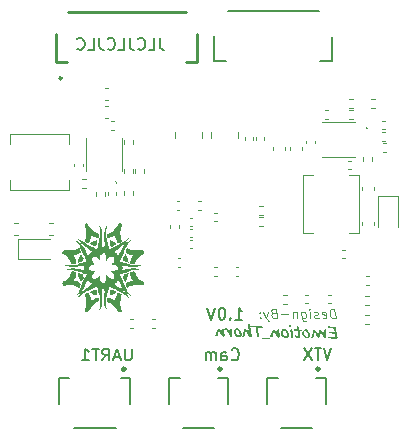
<source format=gbr>
%TF.GenerationSoftware,KiCad,Pcbnew,7.0.9*%
%TF.CreationDate,2023-12-01T13:28:00+08:00*%
%TF.ProjectId,NewSkyF7-Air,4e657753-6b79-4463-972d-4169722e6b69,rev?*%
%TF.SameCoordinates,Original*%
%TF.FileFunction,Legend,Bot*%
%TF.FilePolarity,Positive*%
%FSLAX46Y46*%
G04 Gerber Fmt 4.6, Leading zero omitted, Abs format (unit mm)*
G04 Created by KiCad (PCBNEW 7.0.9) date 2023-12-01 13:28:00*
%MOMM*%
%LPD*%
G01*
G04 APERTURE LIST*
%ADD10C,0.150000*%
%ADD11C,0.120000*%
%ADD12C,0.127000*%
%ADD13C,0.300000*%
%ADD14C,0.100000*%
%ADD15C,0.254000*%
G04 APERTURE END LIST*
D10*
X122429411Y-89479819D02*
X123000839Y-89479819D01*
X122715125Y-89479819D02*
X122715125Y-88479819D01*
X122715125Y-88479819D02*
X122810363Y-88622676D01*
X122810363Y-88622676D02*
X122905601Y-88717914D01*
X122905601Y-88717914D02*
X123000839Y-88765533D01*
X122000839Y-89384580D02*
X121953220Y-89432200D01*
X121953220Y-89432200D02*
X122000839Y-89479819D01*
X122000839Y-89479819D02*
X122048458Y-89432200D01*
X122048458Y-89432200D02*
X122000839Y-89384580D01*
X122000839Y-89384580D02*
X122000839Y-89479819D01*
X121334173Y-88479819D02*
X121238935Y-88479819D01*
X121238935Y-88479819D02*
X121143697Y-88527438D01*
X121143697Y-88527438D02*
X121096078Y-88575057D01*
X121096078Y-88575057D02*
X121048459Y-88670295D01*
X121048459Y-88670295D02*
X121000840Y-88860771D01*
X121000840Y-88860771D02*
X121000840Y-89098866D01*
X121000840Y-89098866D02*
X121048459Y-89289342D01*
X121048459Y-89289342D02*
X121096078Y-89384580D01*
X121096078Y-89384580D02*
X121143697Y-89432200D01*
X121143697Y-89432200D02*
X121238935Y-89479819D01*
X121238935Y-89479819D02*
X121334173Y-89479819D01*
X121334173Y-89479819D02*
X121429411Y-89432200D01*
X121429411Y-89432200D02*
X121477030Y-89384580D01*
X121477030Y-89384580D02*
X121524649Y-89289342D01*
X121524649Y-89289342D02*
X121572268Y-89098866D01*
X121572268Y-89098866D02*
X121572268Y-88860771D01*
X121572268Y-88860771D02*
X121524649Y-88670295D01*
X121524649Y-88670295D02*
X121477030Y-88575057D01*
X121477030Y-88575057D02*
X121429411Y-88527438D01*
X121429411Y-88527438D02*
X121334173Y-88479819D01*
X120715125Y-88479819D02*
X120381792Y-89479819D01*
X120381792Y-89479819D02*
X120048459Y-88479819D01*
X130556077Y-91929819D02*
X130222744Y-92929819D01*
X130222744Y-92929819D02*
X129889411Y-91929819D01*
X129698934Y-91929819D02*
X129127506Y-91929819D01*
X129413220Y-92929819D02*
X129413220Y-91929819D01*
X128889410Y-91929819D02*
X128222744Y-92929819D01*
X128222744Y-91929819D02*
X128889410Y-92929819D01*
D11*
X130915338Y-89355855D02*
X130815338Y-88555855D01*
X130815338Y-88555855D02*
X130624862Y-88555855D01*
X130624862Y-88555855D02*
X130515338Y-88593950D01*
X130515338Y-88593950D02*
X130448672Y-88670140D01*
X130448672Y-88670140D02*
X130420100Y-88746331D01*
X130420100Y-88746331D02*
X130401053Y-88898712D01*
X130401053Y-88898712D02*
X130415338Y-89012998D01*
X130415338Y-89012998D02*
X130472481Y-89165379D01*
X130472481Y-89165379D02*
X130520100Y-89241569D01*
X130520100Y-89241569D02*
X130605814Y-89317760D01*
X130605814Y-89317760D02*
X130724862Y-89355855D01*
X130724862Y-89355855D02*
X130915338Y-89355855D01*
X129805814Y-89317760D02*
X129886767Y-89355855D01*
X129886767Y-89355855D02*
X130039148Y-89355855D01*
X130039148Y-89355855D02*
X130110576Y-89317760D01*
X130110576Y-89317760D02*
X130139148Y-89241569D01*
X130139148Y-89241569D02*
X130101053Y-88936807D01*
X130101053Y-88936807D02*
X130053433Y-88860617D01*
X130053433Y-88860617D02*
X129972481Y-88822521D01*
X129972481Y-88822521D02*
X129820100Y-88822521D01*
X129820100Y-88822521D02*
X129748672Y-88860617D01*
X129748672Y-88860617D02*
X129720100Y-88936807D01*
X129720100Y-88936807D02*
X129729624Y-89012998D01*
X129729624Y-89012998D02*
X130120100Y-89089188D01*
X129462958Y-89317760D02*
X129391529Y-89355855D01*
X129391529Y-89355855D02*
X129239148Y-89355855D01*
X129239148Y-89355855D02*
X129158196Y-89317760D01*
X129158196Y-89317760D02*
X129110577Y-89241569D01*
X129110577Y-89241569D02*
X129105815Y-89203474D01*
X129105815Y-89203474D02*
X129134386Y-89127283D01*
X129134386Y-89127283D02*
X129205815Y-89089188D01*
X129205815Y-89089188D02*
X129320100Y-89089188D01*
X129320100Y-89089188D02*
X129391529Y-89051093D01*
X129391529Y-89051093D02*
X129420100Y-88974902D01*
X129420100Y-88974902D02*
X129415339Y-88936807D01*
X129415339Y-88936807D02*
X129367719Y-88860617D01*
X129367719Y-88860617D02*
X129286767Y-88822521D01*
X129286767Y-88822521D02*
X129172481Y-88822521D01*
X129172481Y-88822521D02*
X129101053Y-88860617D01*
X128782005Y-89355855D02*
X128715339Y-88822521D01*
X128682005Y-88555855D02*
X128724862Y-88593950D01*
X128724862Y-88593950D02*
X128691529Y-88632045D01*
X128691529Y-88632045D02*
X128648672Y-88593950D01*
X128648672Y-88593950D02*
X128682005Y-88555855D01*
X128682005Y-88555855D02*
X128691529Y-88632045D01*
X127991529Y-88822521D02*
X128072482Y-89470140D01*
X128072482Y-89470140D02*
X128120101Y-89546331D01*
X128120101Y-89546331D02*
X128162958Y-89584426D01*
X128162958Y-89584426D02*
X128243910Y-89622521D01*
X128243910Y-89622521D02*
X128358196Y-89622521D01*
X128358196Y-89622521D02*
X128429625Y-89584426D01*
X128053434Y-89317760D02*
X128134387Y-89355855D01*
X128134387Y-89355855D02*
X128286768Y-89355855D01*
X128286768Y-89355855D02*
X128358196Y-89317760D01*
X128358196Y-89317760D02*
X128391529Y-89279664D01*
X128391529Y-89279664D02*
X128420101Y-89203474D01*
X128420101Y-89203474D02*
X128391529Y-88974902D01*
X128391529Y-88974902D02*
X128343910Y-88898712D01*
X128343910Y-88898712D02*
X128301053Y-88860617D01*
X128301053Y-88860617D02*
X128220101Y-88822521D01*
X128220101Y-88822521D02*
X128067720Y-88822521D01*
X128067720Y-88822521D02*
X127996291Y-88860617D01*
X127610577Y-88822521D02*
X127677243Y-89355855D01*
X127620100Y-88898712D02*
X127577243Y-88860617D01*
X127577243Y-88860617D02*
X127496291Y-88822521D01*
X127496291Y-88822521D02*
X127382005Y-88822521D01*
X127382005Y-88822521D02*
X127310577Y-88860617D01*
X127310577Y-88860617D02*
X127282005Y-88936807D01*
X127282005Y-88936807D02*
X127334386Y-89355855D01*
X126915338Y-89051093D02*
X126305814Y-89051093D01*
X125643910Y-88936807D02*
X125534386Y-88974902D01*
X125534386Y-88974902D02*
X125501052Y-89012998D01*
X125501052Y-89012998D02*
X125472481Y-89089188D01*
X125472481Y-89089188D02*
X125486767Y-89203474D01*
X125486767Y-89203474D02*
X125534386Y-89279664D01*
X125534386Y-89279664D02*
X125577243Y-89317760D01*
X125577243Y-89317760D02*
X125658195Y-89355855D01*
X125658195Y-89355855D02*
X125962957Y-89355855D01*
X125962957Y-89355855D02*
X125862957Y-88555855D01*
X125862957Y-88555855D02*
X125596291Y-88555855D01*
X125596291Y-88555855D02*
X125524862Y-88593950D01*
X125524862Y-88593950D02*
X125491529Y-88632045D01*
X125491529Y-88632045D02*
X125462957Y-88708236D01*
X125462957Y-88708236D02*
X125472481Y-88784426D01*
X125472481Y-88784426D02*
X125520100Y-88860617D01*
X125520100Y-88860617D02*
X125562957Y-88898712D01*
X125562957Y-88898712D02*
X125643910Y-88936807D01*
X125643910Y-88936807D02*
X125910576Y-88936807D01*
X125172481Y-88822521D02*
X125048672Y-89355855D01*
X124791529Y-88822521D02*
X125048672Y-89355855D01*
X125048672Y-89355855D02*
X125148672Y-89546331D01*
X125148672Y-89546331D02*
X125191529Y-89584426D01*
X125191529Y-89584426D02*
X125272481Y-89622521D01*
X124543909Y-89279664D02*
X124510576Y-89317760D01*
X124510576Y-89317760D02*
X124553433Y-89355855D01*
X124553433Y-89355855D02*
X124586767Y-89317760D01*
X124586767Y-89317760D02*
X124543909Y-89279664D01*
X124543909Y-89279664D02*
X124553433Y-89355855D01*
X124491528Y-88860617D02*
X124458195Y-88898712D01*
X124458195Y-88898712D02*
X124501052Y-88936807D01*
X124501052Y-88936807D02*
X124534386Y-88898712D01*
X124534386Y-88898712D02*
X124491528Y-88860617D01*
X124491528Y-88860617D02*
X124501052Y-88936807D01*
D10*
X116037506Y-65629819D02*
X116037506Y-66344104D01*
X116037506Y-66344104D02*
X116085125Y-66486961D01*
X116085125Y-66486961D02*
X116180363Y-66582200D01*
X116180363Y-66582200D02*
X116323220Y-66629819D01*
X116323220Y-66629819D02*
X116418458Y-66629819D01*
X115085125Y-66629819D02*
X115561315Y-66629819D01*
X115561315Y-66629819D02*
X115561315Y-65629819D01*
X114180363Y-66534580D02*
X114227982Y-66582200D01*
X114227982Y-66582200D02*
X114370839Y-66629819D01*
X114370839Y-66629819D02*
X114466077Y-66629819D01*
X114466077Y-66629819D02*
X114608934Y-66582200D01*
X114608934Y-66582200D02*
X114704172Y-66486961D01*
X114704172Y-66486961D02*
X114751791Y-66391723D01*
X114751791Y-66391723D02*
X114799410Y-66201247D01*
X114799410Y-66201247D02*
X114799410Y-66058390D01*
X114799410Y-66058390D02*
X114751791Y-65867914D01*
X114751791Y-65867914D02*
X114704172Y-65772676D01*
X114704172Y-65772676D02*
X114608934Y-65677438D01*
X114608934Y-65677438D02*
X114466077Y-65629819D01*
X114466077Y-65629819D02*
X114370839Y-65629819D01*
X114370839Y-65629819D02*
X114227982Y-65677438D01*
X114227982Y-65677438D02*
X114180363Y-65725057D01*
X113466077Y-65629819D02*
X113466077Y-66344104D01*
X113466077Y-66344104D02*
X113513696Y-66486961D01*
X113513696Y-66486961D02*
X113608934Y-66582200D01*
X113608934Y-66582200D02*
X113751791Y-66629819D01*
X113751791Y-66629819D02*
X113847029Y-66629819D01*
X112513696Y-66629819D02*
X112989886Y-66629819D01*
X112989886Y-66629819D02*
X112989886Y-65629819D01*
X111608934Y-66534580D02*
X111656553Y-66582200D01*
X111656553Y-66582200D02*
X111799410Y-66629819D01*
X111799410Y-66629819D02*
X111894648Y-66629819D01*
X111894648Y-66629819D02*
X112037505Y-66582200D01*
X112037505Y-66582200D02*
X112132743Y-66486961D01*
X112132743Y-66486961D02*
X112180362Y-66391723D01*
X112180362Y-66391723D02*
X112227981Y-66201247D01*
X112227981Y-66201247D02*
X112227981Y-66058390D01*
X112227981Y-66058390D02*
X112180362Y-65867914D01*
X112180362Y-65867914D02*
X112132743Y-65772676D01*
X112132743Y-65772676D02*
X112037505Y-65677438D01*
X112037505Y-65677438D02*
X111894648Y-65629819D01*
X111894648Y-65629819D02*
X111799410Y-65629819D01*
X111799410Y-65629819D02*
X111656553Y-65677438D01*
X111656553Y-65677438D02*
X111608934Y-65725057D01*
X110894648Y-65629819D02*
X110894648Y-66344104D01*
X110894648Y-66344104D02*
X110942267Y-66486961D01*
X110942267Y-66486961D02*
X111037505Y-66582200D01*
X111037505Y-66582200D02*
X111180362Y-66629819D01*
X111180362Y-66629819D02*
X111275600Y-66629819D01*
X109942267Y-66629819D02*
X110418457Y-66629819D01*
X110418457Y-66629819D02*
X110418457Y-65629819D01*
X109037505Y-66534580D02*
X109085124Y-66582200D01*
X109085124Y-66582200D02*
X109227981Y-66629819D01*
X109227981Y-66629819D02*
X109323219Y-66629819D01*
X109323219Y-66629819D02*
X109466076Y-66582200D01*
X109466076Y-66582200D02*
X109561314Y-66486961D01*
X109561314Y-66486961D02*
X109608933Y-66391723D01*
X109608933Y-66391723D02*
X109656552Y-66201247D01*
X109656552Y-66201247D02*
X109656552Y-66058390D01*
X109656552Y-66058390D02*
X109608933Y-65867914D01*
X109608933Y-65867914D02*
X109561314Y-65772676D01*
X109561314Y-65772676D02*
X109466076Y-65677438D01*
X109466076Y-65677438D02*
X109323219Y-65629819D01*
X109323219Y-65629819D02*
X109227981Y-65629819D01*
X109227981Y-65629819D02*
X109085124Y-65677438D01*
X109085124Y-65677438D02*
X109037505Y-65725057D01*
X122101792Y-92834580D02*
X122149411Y-92882200D01*
X122149411Y-92882200D02*
X122292268Y-92929819D01*
X122292268Y-92929819D02*
X122387506Y-92929819D01*
X122387506Y-92929819D02*
X122530363Y-92882200D01*
X122530363Y-92882200D02*
X122625601Y-92786961D01*
X122625601Y-92786961D02*
X122673220Y-92691723D01*
X122673220Y-92691723D02*
X122720839Y-92501247D01*
X122720839Y-92501247D02*
X122720839Y-92358390D01*
X122720839Y-92358390D02*
X122673220Y-92167914D01*
X122673220Y-92167914D02*
X122625601Y-92072676D01*
X122625601Y-92072676D02*
X122530363Y-91977438D01*
X122530363Y-91977438D02*
X122387506Y-91929819D01*
X122387506Y-91929819D02*
X122292268Y-91929819D01*
X122292268Y-91929819D02*
X122149411Y-91977438D01*
X122149411Y-91977438D02*
X122101792Y-92025057D01*
X121244649Y-92929819D02*
X121244649Y-92406009D01*
X121244649Y-92406009D02*
X121292268Y-92310771D01*
X121292268Y-92310771D02*
X121387506Y-92263152D01*
X121387506Y-92263152D02*
X121577982Y-92263152D01*
X121577982Y-92263152D02*
X121673220Y-92310771D01*
X121244649Y-92882200D02*
X121339887Y-92929819D01*
X121339887Y-92929819D02*
X121577982Y-92929819D01*
X121577982Y-92929819D02*
X121673220Y-92882200D01*
X121673220Y-92882200D02*
X121720839Y-92786961D01*
X121720839Y-92786961D02*
X121720839Y-92691723D01*
X121720839Y-92691723D02*
X121673220Y-92596485D01*
X121673220Y-92596485D02*
X121577982Y-92548866D01*
X121577982Y-92548866D02*
X121339887Y-92548866D01*
X121339887Y-92548866D02*
X121244649Y-92501247D01*
X120768458Y-92929819D02*
X120768458Y-92263152D01*
X120768458Y-92358390D02*
X120720839Y-92310771D01*
X120720839Y-92310771D02*
X120625601Y-92263152D01*
X120625601Y-92263152D02*
X120482744Y-92263152D01*
X120482744Y-92263152D02*
X120387506Y-92310771D01*
X120387506Y-92310771D02*
X120339887Y-92406009D01*
X120339887Y-92406009D02*
X120339887Y-92929819D01*
X120339887Y-92406009D02*
X120292268Y-92310771D01*
X120292268Y-92310771D02*
X120197030Y-92263152D01*
X120197030Y-92263152D02*
X120054173Y-92263152D01*
X120054173Y-92263152D02*
X119958934Y-92310771D01*
X119958934Y-92310771D02*
X119911315Y-92406009D01*
X119911315Y-92406009D02*
X119911315Y-92929819D01*
X113633220Y-91939819D02*
X113633220Y-92749342D01*
X113633220Y-92749342D02*
X113585601Y-92844580D01*
X113585601Y-92844580D02*
X113537982Y-92892200D01*
X113537982Y-92892200D02*
X113442744Y-92939819D01*
X113442744Y-92939819D02*
X113252268Y-92939819D01*
X113252268Y-92939819D02*
X113157030Y-92892200D01*
X113157030Y-92892200D02*
X113109411Y-92844580D01*
X113109411Y-92844580D02*
X113061792Y-92749342D01*
X113061792Y-92749342D02*
X113061792Y-91939819D01*
X112633220Y-92654104D02*
X112157030Y-92654104D01*
X112728458Y-92939819D02*
X112395125Y-91939819D01*
X112395125Y-91939819D02*
X112061792Y-92939819D01*
X111157030Y-92939819D02*
X111490363Y-92463628D01*
X111728458Y-92939819D02*
X111728458Y-91939819D01*
X111728458Y-91939819D02*
X111347506Y-91939819D01*
X111347506Y-91939819D02*
X111252268Y-91987438D01*
X111252268Y-91987438D02*
X111204649Y-92035057D01*
X111204649Y-92035057D02*
X111157030Y-92130295D01*
X111157030Y-92130295D02*
X111157030Y-92273152D01*
X111157030Y-92273152D02*
X111204649Y-92368390D01*
X111204649Y-92368390D02*
X111252268Y-92416009D01*
X111252268Y-92416009D02*
X111347506Y-92463628D01*
X111347506Y-92463628D02*
X111728458Y-92463628D01*
X110871315Y-91939819D02*
X110299887Y-91939819D01*
X110585601Y-92939819D02*
X110585601Y-91939819D01*
X109442744Y-92939819D02*
X110014172Y-92939819D01*
X109728458Y-92939819D02*
X109728458Y-91939819D01*
X109728458Y-91939819D02*
X109823696Y-92082676D01*
X109823696Y-92082676D02*
X109918934Y-92177914D01*
X109918934Y-92177914D02*
X110014172Y-92225533D01*
D11*
%TO.C,C25*%
X120642164Y-80430000D02*
X120857836Y-80430000D01*
X120642164Y-81150000D02*
X120857836Y-81150000D01*
%TO.C,C33*%
X131707836Y-84310000D02*
X131492164Y-84310000D01*
X131707836Y-83590000D02*
X131492164Y-83590000D01*
%TO.C,R9*%
X113780000Y-76736359D02*
X113780000Y-77043641D01*
X113020000Y-76736359D02*
X113020000Y-77043641D01*
%TO.C,C24*%
X118757836Y-82520000D02*
X118542164Y-82520000D01*
X118757836Y-81800000D02*
X118542164Y-81800000D01*
%TO.C,R12*%
X113960000Y-77043641D02*
X113960000Y-76736359D01*
X114720000Y-77043641D02*
X114720000Y-76736359D01*
%TO.C,C4*%
X111379420Y-71360000D02*
X111660580Y-71360000D01*
X111379420Y-72380000D02*
X111660580Y-72380000D01*
%TO.C,C8*%
X134844664Y-72650000D02*
X135060336Y-72650000D01*
X134844664Y-73370000D02*
X135060336Y-73370000D01*
%TO.C,C9*%
X112320000Y-78712164D02*
X112320000Y-78927836D01*
X111600000Y-78712164D02*
X111600000Y-78927836D01*
%TO.C,R13*%
X133928859Y-70780000D02*
X134236141Y-70780000D01*
X133928859Y-71540000D02*
X134236141Y-71540000D01*
%TO.C,C40*%
X124860000Y-74052164D02*
X124860000Y-74267836D01*
X124140000Y-74052164D02*
X124140000Y-74267836D01*
%TO.C,C29*%
X118757836Y-81600000D02*
X118542164Y-81600000D01*
X118757836Y-80880000D02*
X118542164Y-80880000D01*
%TO.C,C36*%
X130517836Y-88120000D02*
X130302164Y-88120000D01*
X130517836Y-87400000D02*
X130302164Y-87400000D01*
D12*
%TO.C,J1*%
X113530000Y-94395000D02*
X113530000Y-96670000D01*
X112730000Y-94395000D02*
X113530000Y-94395000D01*
X112330000Y-98645000D02*
X108730000Y-98645000D01*
X108330000Y-94395000D02*
X107530000Y-94395000D01*
X107530000Y-94395000D02*
X107530000Y-96670000D01*
D13*
X113080000Y-93685000D02*
G75*
G03*
X113080000Y-93685000I-100000J0D01*
G01*
D11*
%TO.C,C1*%
X126630000Y-74859420D02*
X126630000Y-75140580D01*
X125610000Y-74859420D02*
X125610000Y-75140580D01*
%TO.C,C30*%
X122657836Y-85770000D02*
X122442164Y-85770000D01*
X122657836Y-85050000D02*
X122442164Y-85050000D01*
%TO.C,R33*%
X134818859Y-73570000D02*
X135126141Y-73570000D01*
X134818859Y-74330000D02*
X135126141Y-74330000D01*
%TO.C,G\u002A\u002A\u002A*%
G36*
X111831016Y-82757665D02*
G01*
X111890777Y-82778824D01*
X111976028Y-82814785D01*
X112074598Y-82859729D01*
X112174314Y-82907833D01*
X112263005Y-82953275D01*
X112328498Y-82990235D01*
X112358622Y-83012890D01*
X112354930Y-83039519D01*
X112317034Y-83071588D01*
X112280898Y-83093596D01*
X112211063Y-83142218D01*
X112133788Y-83200722D01*
X112009344Y-83299012D01*
X111895017Y-83243468D01*
X111780691Y-83187924D01*
X111776389Y-83012377D01*
X111774024Y-82921284D01*
X111771650Y-82839761D01*
X111769936Y-82791656D01*
X111777711Y-82762033D01*
X111819411Y-82754996D01*
X111831016Y-82757665D01*
G37*
G36*
X110575472Y-86946896D02*
G01*
X110692769Y-86997671D01*
X110701781Y-87208154D01*
X110702979Y-87238204D01*
X110705505Y-87333490D01*
X110705450Y-87404267D01*
X110702755Y-87437012D01*
X110702238Y-87438041D01*
X110685139Y-87444149D01*
X110644865Y-87435214D01*
X110575725Y-87409108D01*
X110472028Y-87363702D01*
X110328084Y-87296869D01*
X110266963Y-87267250D01*
X110183363Y-87223560D01*
X110127354Y-87190019D01*
X110108674Y-87172163D01*
X110111873Y-87167791D01*
X110145601Y-87136951D01*
X110207374Y-87086606D01*
X110286964Y-87025188D01*
X110458176Y-86896122D01*
X110575472Y-86946896D01*
G37*
G36*
X112105463Y-86968586D02*
G01*
X112127170Y-86985509D01*
X112211600Y-87047331D01*
X112288255Y-87098578D01*
X112306400Y-87110566D01*
X112349731Y-87148933D01*
X112359764Y-87176197D01*
X112341820Y-87191775D01*
X112285204Y-87226726D01*
X112203434Y-87271099D01*
X112109375Y-87318268D01*
X112015890Y-87361609D01*
X111935845Y-87394496D01*
X111868985Y-87416966D01*
X111798055Y-87430037D01*
X111764585Y-87415706D01*
X111764422Y-87373465D01*
X111770929Y-87335063D01*
X111777609Y-87253885D01*
X111780339Y-87159198D01*
X111780691Y-87003011D01*
X111894909Y-86947519D01*
X112009127Y-86892028D01*
X112105463Y-86968586D01*
G37*
G36*
X113149461Y-83941219D02*
G01*
X113150272Y-83942232D01*
X113185884Y-84003035D01*
X113228717Y-84099249D01*
X113273627Y-84216582D01*
X113315471Y-84340740D01*
X113349105Y-84457429D01*
X113369385Y-84552357D01*
X113375493Y-84595390D01*
X113378968Y-84647735D01*
X113368720Y-84665679D01*
X113341992Y-84660070D01*
X113304526Y-84647921D01*
X113228634Y-84626413D01*
X113137376Y-84602548D01*
X112978966Y-84562756D01*
X112937462Y-84403455D01*
X112935935Y-84397586D01*
X112915086Y-84311155D01*
X112908873Y-84256961D01*
X112917597Y-84218523D01*
X112941560Y-84179363D01*
X112956216Y-84157311D01*
X113000619Y-84082767D01*
X113045381Y-83999578D01*
X113103601Y-83884584D01*
X113149461Y-83941219D01*
G37*
G36*
X110701666Y-82750596D02*
G01*
X110704072Y-82794332D01*
X110703939Y-82872549D01*
X110701210Y-82972696D01*
X110696559Y-83077486D01*
X110689412Y-83144849D01*
X110675588Y-83184825D01*
X110650827Y-83209622D01*
X110610865Y-83231443D01*
X110605623Y-83234014D01*
X110536991Y-83261692D01*
X110483660Y-83273999D01*
X110473262Y-83272012D01*
X110423506Y-83248498D01*
X110351574Y-83205646D01*
X110270818Y-83152471D01*
X110194589Y-83097986D01*
X110136241Y-83051207D01*
X110109125Y-83021146D01*
X110114632Y-83011319D01*
X110155811Y-82982296D01*
X110227719Y-82942021D01*
X110319564Y-82895524D01*
X110420556Y-82847833D01*
X110519904Y-82803977D01*
X110606818Y-82768984D01*
X110670508Y-82747883D01*
X110700183Y-82745702D01*
X110701666Y-82750596D01*
G37*
G36*
X109141311Y-85533370D02*
G01*
X109168794Y-85542714D01*
X109239582Y-85563782D01*
X109325910Y-85587363D01*
X109383585Y-85603356D01*
X109448507Y-85624144D01*
X109479511Y-85638020D01*
X109489812Y-85657828D01*
X109511793Y-85715777D01*
X109538065Y-85795626D01*
X109582443Y-85939058D01*
X109481262Y-86095604D01*
X109476523Y-86102960D01*
X109427754Y-86181713D01*
X109393202Y-86242953D01*
X109380082Y-86273961D01*
X109375993Y-86296893D01*
X109357549Y-86293863D01*
X109327632Y-86255034D01*
X109289968Y-86187881D01*
X109248285Y-86099874D01*
X109206311Y-85998486D01*
X109167773Y-85891190D01*
X109136399Y-85785458D01*
X109127019Y-85748469D01*
X109102701Y-85635592D01*
X109096917Y-85565169D01*
X109109757Y-85532621D01*
X109141311Y-85533370D01*
G37*
G36*
X109360834Y-83895374D02*
G01*
X109380082Y-83916974D01*
X109380192Y-83918166D01*
X109395491Y-83952350D01*
X109431586Y-84015644D01*
X109481262Y-84095331D01*
X109582443Y-84251877D01*
X109539176Y-84389729D01*
X109524142Y-84436728D01*
X109493646Y-84519527D01*
X109465369Y-84566623D01*
X109431696Y-84588108D01*
X109385011Y-84594077D01*
X109380679Y-84594258D01*
X109306225Y-84606426D01*
X109225203Y-84630833D01*
X109160669Y-84654676D01*
X109116950Y-84664275D01*
X109099374Y-84651593D01*
X109096138Y-84615199D01*
X109096797Y-84598954D01*
X109109501Y-84519410D01*
X109135492Y-84416541D01*
X109170972Y-84300806D01*
X109212142Y-84182662D01*
X109255201Y-84072568D01*
X109296351Y-83980981D01*
X109331792Y-83918360D01*
X109357725Y-83895162D01*
X109360834Y-83895374D01*
G37*
G36*
X113375879Y-85530934D02*
G01*
X113378690Y-85565268D01*
X113369245Y-85639512D01*
X113359010Y-85692347D01*
X113329099Y-85804774D01*
X113288297Y-85932112D01*
X113242331Y-86058080D01*
X113196925Y-86166399D01*
X113157804Y-86240788D01*
X113139281Y-86267219D01*
X113113050Y-86287857D01*
X113092286Y-86269039D01*
X113069931Y-86231159D01*
X113029374Y-86162551D01*
X112980373Y-86079728D01*
X112954106Y-86035078D01*
X112919050Y-85969316D01*
X112905457Y-85922103D01*
X112910011Y-85876169D01*
X112929395Y-85814243D01*
X112940294Y-85780730D01*
X112960199Y-85709756D01*
X112968090Y-85665590D01*
X112981762Y-85646753D01*
X113038633Y-85618307D01*
X113131938Y-85589753D01*
X113213360Y-85568595D01*
X113293480Y-85546253D01*
X113341992Y-85530865D01*
X113358097Y-85525682D01*
X113375879Y-85530934D01*
G37*
G36*
X112607955Y-87211700D02*
G01*
X112694693Y-87244231D01*
X112779415Y-87290425D01*
X112836809Y-87328031D01*
X112770387Y-87502400D01*
X112739050Y-87600341D01*
X112700424Y-87804465D01*
X112686471Y-88024914D01*
X112697907Y-88242554D01*
X112735445Y-88438252D01*
X112738747Y-88449849D01*
X112776232Y-88585060D01*
X112798852Y-88680249D01*
X112806813Y-88744134D01*
X112800321Y-88785433D01*
X112779580Y-88812865D01*
X112744796Y-88835149D01*
X112730655Y-88842677D01*
X112662161Y-88871651D01*
X112607355Y-88873588D01*
X112557190Y-88843633D01*
X112502618Y-88776926D01*
X112434592Y-88668612D01*
X112422785Y-88649027D01*
X112252773Y-88414369D01*
X112055094Y-88219886D01*
X111833062Y-88068349D01*
X111589993Y-87962530D01*
X111572810Y-87955233D01*
X111554346Y-87932354D01*
X111549776Y-87885527D01*
X111556278Y-87801245D01*
X111565066Y-87740015D01*
X111582295Y-87671450D01*
X111601146Y-87637341D01*
X111649272Y-87630159D01*
X111731935Y-87641849D01*
X111835514Y-87669021D01*
X111947226Y-87707749D01*
X112054288Y-87754102D01*
X112143917Y-87804153D01*
X112236105Y-87864997D01*
X112266376Y-87719256D01*
X112272713Y-87692210D01*
X112303497Y-87592228D01*
X112346422Y-87477854D01*
X112394783Y-87365060D01*
X112441875Y-87269818D01*
X112480991Y-87208099D01*
X112486191Y-87203562D01*
X112533641Y-87196816D01*
X112607955Y-87211700D01*
G37*
G36*
X109230279Y-83405313D02*
G01*
X109247211Y-83430791D01*
X109273650Y-83492222D01*
X109304198Y-83577174D01*
X109361589Y-83749633D01*
X109290348Y-83806438D01*
X109256749Y-83831544D01*
X109137492Y-83903017D01*
X109009962Y-83959063D01*
X108896645Y-83989241D01*
X108853177Y-83995452D01*
X108782944Y-84009424D01*
X108754783Y-84029175D01*
X108762253Y-84063368D01*
X108798911Y-84120667D01*
X108862051Y-84239685D01*
X108917584Y-84409538D01*
X108954443Y-84608435D01*
X108971082Y-84740915D01*
X108872279Y-84767099D01*
X108865446Y-84768884D01*
X108747081Y-84791572D01*
X108646101Y-84796276D01*
X108572994Y-84783424D01*
X108538249Y-84753445D01*
X108506675Y-84662772D01*
X108438639Y-84504467D01*
X108361385Y-84359549D01*
X108284272Y-84246695D01*
X108228210Y-84185667D01*
X108129670Y-84105422D01*
X108000713Y-84027735D01*
X107831301Y-83945943D01*
X107810276Y-83928799D01*
X107787936Y-83870405D01*
X107785366Y-83791583D01*
X107800446Y-83709073D01*
X107831059Y-83639612D01*
X107875086Y-83599941D01*
X107906091Y-83596585D01*
X107980179Y-83597648D01*
X108083176Y-83603707D01*
X108202926Y-83614230D01*
X108248470Y-83618537D01*
X108480757Y-83628111D01*
X108681921Y-83611545D01*
X108864330Y-83567048D01*
X109040355Y-83492824D01*
X109053495Y-83486189D01*
X109136769Y-83445301D01*
X109199706Y-83416335D01*
X109229552Y-83405198D01*
X109230279Y-83405313D01*
G37*
G36*
X109966674Y-87199450D02*
G01*
X109996967Y-87225504D01*
X110032970Y-87281098D01*
X110082484Y-87374973D01*
X110085536Y-87381029D01*
X110136742Y-87495444D01*
X110180627Y-87614939D01*
X110207982Y-87714596D01*
X110237684Y-87865568D01*
X110357409Y-87789624D01*
X110461708Y-87732482D01*
X110577137Y-87685457D01*
X110688298Y-87654006D01*
X110784883Y-87640332D01*
X110856582Y-87646640D01*
X110893086Y-87675132D01*
X110897149Y-87689886D01*
X110906080Y-87751743D01*
X110911636Y-87832133D01*
X110915956Y-87952051D01*
X110749675Y-88015139D01*
X110539775Y-88120696D01*
X110343359Y-88275174D01*
X110163915Y-88477624D01*
X110000809Y-88728648D01*
X109963720Y-88791839D01*
X109923597Y-88846002D01*
X109886381Y-88871008D01*
X109841078Y-88877073D01*
X109779594Y-88864611D01*
X109702710Y-88814853D01*
X109667642Y-88775072D01*
X109653751Y-88730295D01*
X109668319Y-88666428D01*
X109693503Y-88587292D01*
X109738026Y-88436020D01*
X109767039Y-88312086D01*
X109782910Y-88201130D01*
X109788008Y-88088792D01*
X109784701Y-87960711D01*
X109772372Y-87802659D01*
X109747342Y-87657513D01*
X109706748Y-87523525D01*
X109702321Y-87511314D01*
X109673410Y-87423413D01*
X109656214Y-87356101D01*
X109654324Y-87323105D01*
X109662408Y-87313903D01*
X109711076Y-87280803D01*
X109783219Y-87244026D01*
X109859931Y-87212578D01*
X109922307Y-87195464D01*
X109934291Y-87194195D01*
X109966674Y-87199450D01*
G37*
G36*
X108715946Y-85397666D02*
G01*
X108803216Y-85411529D01*
X108884204Y-85432748D01*
X108943845Y-85457571D01*
X108967073Y-85482243D01*
X108957592Y-85581312D01*
X108932143Y-85706925D01*
X108895999Y-85838845D01*
X108854436Y-85957846D01*
X108812731Y-86044703D01*
X108791728Y-86078756D01*
X108761488Y-86136960D01*
X108765035Y-86169631D01*
X108808157Y-86187598D01*
X108896645Y-86201694D01*
X108932392Y-86208465D01*
X109052221Y-86248306D01*
X109178502Y-86310002D01*
X109288522Y-86383041D01*
X109357937Y-86438391D01*
X109300845Y-86612305D01*
X109298189Y-86620357D01*
X109268824Y-86704227D01*
X109244990Y-86763652D01*
X109231625Y-86786219D01*
X109228556Y-86785477D01*
X109191344Y-86769878D01*
X109122914Y-86738190D01*
X109035206Y-86695904D01*
X109032074Y-86694373D01*
X108839160Y-86616993D01*
X108639999Y-86572753D01*
X108422219Y-86559941D01*
X108173445Y-86576850D01*
X107896219Y-86609075D01*
X107836609Y-86539774D01*
X107819482Y-86515621D01*
X107790888Y-86440118D01*
X107783112Y-86357637D01*
X107796476Y-86286107D01*
X107831301Y-86243454D01*
X107840515Y-86239072D01*
X107896859Y-86213597D01*
X107969264Y-86181998D01*
X108109819Y-86103270D01*
X108262164Y-85965574D01*
X108389738Y-85785181D01*
X108490462Y-85564557D01*
X108518231Y-85491898D01*
X108547725Y-85435138D01*
X108579279Y-85407150D01*
X108622007Y-85396273D01*
X108637460Y-85394913D01*
X108715946Y-85397666D01*
G37*
G36*
X113309324Y-83428966D02*
G01*
X113383680Y-83472942D01*
X113575339Y-83558714D01*
X113780289Y-83609720D01*
X114008321Y-83627858D01*
X114269224Y-83615025D01*
X114272967Y-83614656D01*
X114421086Y-83602148D01*
X114526577Y-83600303D01*
X114597656Y-83611870D01*
X114642542Y-83639593D01*
X114669451Y-83686218D01*
X114686602Y-83754491D01*
X114694600Y-83825841D01*
X114679278Y-83894618D01*
X114627898Y-83947019D01*
X114532928Y-83994826D01*
X114444035Y-84037352D01*
X114276980Y-84156419D01*
X114137171Y-84316482D01*
X114023295Y-84519230D01*
X113934043Y-84766351D01*
X113933828Y-84767049D01*
X113901366Y-84789484D01*
X113831256Y-84797497D01*
X113735187Y-84790958D01*
X113624845Y-84769740D01*
X113610482Y-84766052D01*
X113545955Y-84744245D01*
X113517217Y-84716951D01*
X113511070Y-84672942D01*
X113518710Y-84578903D01*
X113547837Y-84434862D01*
X113593310Y-84290472D01*
X113649401Y-84163057D01*
X113710387Y-84069938D01*
X113718618Y-84060245D01*
X113733092Y-84034203D01*
X113719458Y-84016732D01*
X113669980Y-84003117D01*
X113576916Y-83988645D01*
X113526776Y-83977849D01*
X113424169Y-83942269D01*
X113316080Y-83892723D01*
X113221019Y-83838096D01*
X113157491Y-83787274D01*
X113137675Y-83762720D01*
X113126943Y-83730693D01*
X113133453Y-83683419D01*
X113157176Y-83604182D01*
X113183249Y-83525639D01*
X113213249Y-83451324D01*
X113240238Y-83415074D01*
X113270251Y-83409938D01*
X113309324Y-83428966D01*
G37*
G36*
X109870048Y-81316765D02*
G01*
X109903827Y-81332703D01*
X109940372Y-81369755D01*
X109987189Y-81435885D01*
X110051785Y-81539058D01*
X110106250Y-81624799D01*
X110253379Y-81821426D01*
X110408639Y-81975832D01*
X110579638Y-82094821D01*
X110773984Y-82185202D01*
X110915956Y-82238534D01*
X110911636Y-82358627D01*
X110904992Y-82454620D01*
X110889362Y-82515931D01*
X110859782Y-82545327D01*
X110811033Y-82552886D01*
X110719032Y-82541913D01*
X110594607Y-82508221D01*
X110466426Y-82458538D01*
X110354954Y-82399738D01*
X110237684Y-82325367D01*
X110208948Y-82471393D01*
X110203713Y-82495052D01*
X110174032Y-82594931D01*
X110131644Y-82709903D01*
X110083287Y-82823790D01*
X110035699Y-82920412D01*
X109995618Y-82983591D01*
X109995450Y-82983793D01*
X109968137Y-82998802D01*
X109919600Y-82993180D01*
X109837458Y-82965511D01*
X109835243Y-82964669D01*
X109736861Y-82924443D01*
X109680525Y-82887494D01*
X109660693Y-82841091D01*
X109671821Y-82772503D01*
X109708368Y-82669000D01*
X109713539Y-82655245D01*
X109741573Y-82573448D01*
X109759974Y-82498108D01*
X109770726Y-82414711D01*
X109775815Y-82308743D01*
X109777227Y-82165691D01*
X109775241Y-82020304D01*
X109765110Y-81877445D01*
X109743401Y-81753228D01*
X109706808Y-81629785D01*
X109652022Y-81489247D01*
X109648942Y-81478440D01*
X109661703Y-81425477D01*
X109706773Y-81371931D01*
X109770580Y-81330494D01*
X109839551Y-81313862D01*
X109870048Y-81316765D01*
G37*
G36*
X113901743Y-85416177D02*
G01*
X113943221Y-85469854D01*
X113978869Y-85558828D01*
X114028731Y-85680637D01*
X114108034Y-85825631D01*
X114198884Y-85955032D01*
X114290235Y-86051369D01*
X114293589Y-86054169D01*
X114374680Y-86112923D01*
X114464912Y-86165676D01*
X114547771Y-86203717D01*
X114606741Y-86218333D01*
X114638139Y-86227647D01*
X114672660Y-86273201D01*
X114688843Y-86344026D01*
X114686089Y-86425878D01*
X114663796Y-86504512D01*
X114621366Y-86565683D01*
X114601086Y-86581732D01*
X114569229Y-86594912D01*
X114521791Y-86598526D01*
X114446958Y-86593134D01*
X114332919Y-86579292D01*
X114208871Y-86567508D01*
X114003659Y-86565220D01*
X113804755Y-86582463D01*
X113623099Y-86617506D01*
X113469630Y-86668616D01*
X113355285Y-86734063D01*
X113354936Y-86734338D01*
X113300607Y-86770348D01*
X113260341Y-86785645D01*
X113249482Y-86779066D01*
X113221223Y-86736966D01*
X113187960Y-86668941D01*
X113156175Y-86590262D01*
X113132350Y-86516200D01*
X113122968Y-86462026D01*
X113123418Y-86458202D01*
X113150474Y-86420566D01*
X113210516Y-86370683D01*
X113291148Y-86316346D01*
X113379972Y-86265346D01*
X113464592Y-86225477D01*
X113532611Y-86204530D01*
X113537551Y-86203736D01*
X113618703Y-86189925D01*
X113685188Y-86177437D01*
X113744055Y-86165328D01*
X113678692Y-86079632D01*
X113660818Y-86051710D01*
X113620189Y-85963375D01*
X113579707Y-85848975D01*
X113544473Y-85725482D01*
X113519591Y-85609868D01*
X113510163Y-85519104D01*
X113511747Y-85489968D01*
X113526366Y-85458597D01*
X113566830Y-85437571D01*
X113645681Y-85417484D01*
X113757435Y-85396102D01*
X113843469Y-85393143D01*
X113901743Y-85416177D01*
G37*
G36*
X112651232Y-81322710D02*
G01*
X112655372Y-81323392D01*
X112741243Y-81345945D01*
X112791894Y-81383594D01*
X112809586Y-81443690D01*
X112796579Y-81533581D01*
X112755132Y-81660619D01*
X112750948Y-81672027D01*
X112727647Y-81744361D01*
X112712146Y-81817099D01*
X112702998Y-81903035D01*
X112698754Y-82014968D01*
X112697966Y-82165691D01*
X112698329Y-82238452D01*
X112700852Y-82367008D01*
X112707138Y-82463090D01*
X112718890Y-82539850D01*
X112737812Y-82610442D01*
X112765608Y-82688019D01*
X112800161Y-82782116D01*
X112812418Y-82845621D01*
X112794667Y-82887579D01*
X112740926Y-82921550D01*
X112645218Y-82961099D01*
X112593892Y-82979811D01*
X112529733Y-82997924D01*
X112496425Y-82999959D01*
X112471430Y-82970914D01*
X112432417Y-82902473D01*
X112387587Y-82808413D01*
X112342476Y-82701220D01*
X112302621Y-82593379D01*
X112273560Y-82497378D01*
X112228295Y-82319137D01*
X112156231Y-82375823D01*
X112090609Y-82416941D01*
X111984784Y-82466027D01*
X111865806Y-82509665D01*
X111752881Y-82540926D01*
X111665216Y-82552886D01*
X111665089Y-82552886D01*
X111614797Y-82550466D01*
X111586905Y-82534765D01*
X111571936Y-82493120D01*
X111560408Y-82412867D01*
X111554816Y-82360012D01*
X111554662Y-82275979D01*
X111572762Y-82230793D01*
X111610962Y-82217317D01*
X111614564Y-82217130D01*
X111666795Y-82201272D01*
X111747135Y-82165014D01*
X111842196Y-82115632D01*
X111938588Y-82060399D01*
X112022924Y-82006591D01*
X112081814Y-81961481D01*
X112159572Y-81883244D01*
X112274805Y-81748484D01*
X112385558Y-81600124D01*
X112476709Y-81457465D01*
X112493269Y-81428662D01*
X112535059Y-81361315D01*
X112567439Y-81327289D01*
X112602225Y-81317461D01*
X112651232Y-81322710D01*
G37*
G36*
X112884751Y-85148142D02*
G01*
X112862746Y-85215534D01*
X112848233Y-85250784D01*
X112847834Y-85280666D01*
X112873892Y-85280777D01*
X112940558Y-85271069D01*
X113037155Y-85253010D01*
X113153229Y-85228389D01*
X113159685Y-85226951D01*
X113437098Y-85173889D01*
X113677719Y-85146825D01*
X113888914Y-85145284D01*
X114078049Y-85168792D01*
X114171995Y-85190632D01*
X114274916Y-85220124D01*
X114371423Y-85252433D01*
X114450629Y-85283611D01*
X114501645Y-85309707D01*
X114513581Y-85326772D01*
X114497763Y-85328598D01*
X114439527Y-85326364D01*
X114349357Y-85319247D01*
X114238509Y-85308016D01*
X114104960Y-85296372D01*
X113964820Y-85293575D01*
X113825896Y-85303225D01*
X113678467Y-85326930D01*
X113512813Y-85366298D01*
X113319215Y-85422939D01*
X113087951Y-85498462D01*
X112615188Y-85658018D01*
X112729991Y-85849022D01*
X112756518Y-85896040D01*
X112813602Y-86008582D01*
X112879130Y-86148460D01*
X112946934Y-86302330D01*
X113010847Y-86456846D01*
X113061820Y-86583484D01*
X113141432Y-86773524D01*
X113211001Y-86926633D01*
X113274597Y-87050487D01*
X113336291Y-87152764D01*
X113400154Y-87241141D01*
X113470256Y-87323295D01*
X113599104Y-87464275D01*
X113483648Y-87405949D01*
X113462573Y-87395146D01*
X113319334Y-87311001D01*
X113194349Y-87214359D01*
X113081194Y-87097774D01*
X112973443Y-86953801D01*
X112864671Y-86774992D01*
X112748453Y-86553902D01*
X112745890Y-86548768D01*
X112685035Y-86429293D01*
X112627820Y-86321076D01*
X112580566Y-86235835D01*
X112549596Y-86185289D01*
X112498832Y-86113525D01*
X112443064Y-86224008D01*
X112387669Y-86306957D01*
X112290568Y-86386118D01*
X112266102Y-86399676D01*
X112214398Y-86432687D01*
X112193769Y-86453144D01*
X112197075Y-86464974D01*
X112233332Y-86511803D01*
X112304497Y-86578593D01*
X112404212Y-86660037D01*
X112526121Y-86750827D01*
X112663866Y-86845655D01*
X112665445Y-86846702D01*
X112788699Y-86932385D01*
X112909423Y-87023173D01*
X113013834Y-87108299D01*
X113088146Y-87176999D01*
X113089811Y-87178737D01*
X113154301Y-87251779D01*
X113224503Y-87340017D01*
X113292642Y-87432498D01*
X113350940Y-87518273D01*
X113391622Y-87586390D01*
X113406911Y-87625898D01*
X113406833Y-87626381D01*
X113386853Y-87617452D01*
X113338406Y-87582291D01*
X113271393Y-87528047D01*
X113249658Y-87509872D01*
X113153875Y-87433169D01*
X113059601Y-87364914D01*
X112957130Y-87299158D01*
X112836753Y-87229951D01*
X112688764Y-87151344D01*
X112503456Y-87057387D01*
X112418201Y-87014219D01*
X112269994Y-86936914D01*
X112130570Y-86861605D01*
X112012489Y-86795131D01*
X111928311Y-86744326D01*
X111903347Y-86728268D01*
X111825315Y-86678869D01*
X111768836Y-86644335D01*
X111744752Y-86631341D01*
X111739650Y-86646244D01*
X111731145Y-86700117D01*
X111722360Y-86779766D01*
X111719076Y-86805986D01*
X111701590Y-86900226D01*
X111673288Y-87025329D01*
X111637266Y-87168111D01*
X111596617Y-87315386D01*
X111574388Y-87392665D01*
X111537863Y-87524490D01*
X111512941Y-87628220D01*
X111497445Y-87718299D01*
X111489197Y-87809169D01*
X111486022Y-87915274D01*
X111485742Y-88051057D01*
X111487296Y-88194351D01*
X111492342Y-88311961D01*
X111502297Y-88402626D01*
X111518613Y-88479169D01*
X111542743Y-88554410D01*
X111598753Y-88709288D01*
X111521584Y-88619495D01*
X111456747Y-88528395D01*
X111388976Y-88377023D01*
X111343969Y-88190778D01*
X111321273Y-87966582D01*
X111320435Y-87701358D01*
X111341004Y-87392029D01*
X111343116Y-87369000D01*
X111355664Y-87185496D01*
X111355639Y-87046930D01*
X111342451Y-86948528D01*
X111315508Y-86885518D01*
X111274219Y-86853127D01*
X111273634Y-86852905D01*
X111210660Y-86853341D01*
X111155816Y-86895231D01*
X111122060Y-86968729D01*
X111118707Y-87003638D01*
X111117927Y-87087356D01*
X111121025Y-87204396D01*
X111127697Y-87344450D01*
X111137637Y-87497205D01*
X111150325Y-87705287D01*
X111154756Y-87912301D01*
X111146892Y-88084547D01*
X111125896Y-88230551D01*
X111090928Y-88358842D01*
X111041149Y-88477948D01*
X111036533Y-88487218D01*
X110998190Y-88555546D01*
X110957096Y-88617775D01*
X110919484Y-88666503D01*
X110891584Y-88694328D01*
X110879627Y-88693848D01*
X110889847Y-88657662D01*
X110944440Y-88503342D01*
X110989816Y-88289951D01*
X111003253Y-88062875D01*
X110984566Y-87815540D01*
X110933574Y-87541377D01*
X110850091Y-87233815D01*
X110833464Y-87176697D01*
X110798993Y-87040654D01*
X110771768Y-86909653D01*
X110756567Y-86805579D01*
X110756367Y-86803394D01*
X110746746Y-86716639D01*
X110736760Y-86654873D01*
X110728539Y-86631341D01*
X110725553Y-86632281D01*
X110690563Y-86651832D01*
X110626713Y-86691508D01*
X110545138Y-86744444D01*
X110497993Y-86773905D01*
X110392578Y-86834621D01*
X110260483Y-86906589D01*
X110113980Y-86983177D01*
X109965342Y-87057752D01*
X109883299Y-87098474D01*
X109645879Y-87223968D01*
X109449638Y-87341409D01*
X109287958Y-87454968D01*
X109154218Y-87568818D01*
X109111284Y-87606613D01*
X109078840Y-87624354D01*
X109077827Y-87602390D01*
X109108162Y-87541383D01*
X109169764Y-87442000D01*
X109242303Y-87341883D01*
X109407544Y-87161215D01*
X109614610Y-86981130D01*
X109857622Y-86807053D01*
X109899754Y-86779219D01*
X110049184Y-86674279D01*
X110161985Y-86584076D01*
X110235839Y-86510833D01*
X110268425Y-86456769D01*
X110257425Y-86424107D01*
X110235854Y-86412634D01*
X110189412Y-86399420D01*
X110157838Y-86385058D01*
X110107560Y-86338822D01*
X110056003Y-86275834D01*
X110015802Y-86211855D01*
X109999594Y-86162648D01*
X109993246Y-86128682D01*
X109972794Y-86131601D01*
X109936945Y-86174425D01*
X109884411Y-86259018D01*
X109813904Y-86387244D01*
X109724134Y-86560965D01*
X109695811Y-86616125D01*
X109568645Y-86842877D01*
X109444533Y-87026397D01*
X109318282Y-87172884D01*
X109184699Y-87288539D01*
X109038594Y-87379561D01*
X108876728Y-87464406D01*
X108970869Y-87364083D01*
X109039550Y-87284946D01*
X109152453Y-87125168D01*
X109260413Y-86931503D01*
X109366544Y-86698101D01*
X109473962Y-86419112D01*
X109475743Y-86414171D01*
X109542545Y-86246488D01*
X109622755Y-86071311D01*
X109707145Y-85907677D01*
X109786484Y-85774620D01*
X109806122Y-85743128D01*
X109833432Y-85688641D01*
X109837595Y-85660535D01*
X109809908Y-85648101D01*
X109741108Y-85622094D01*
X109639154Y-85585399D01*
X109511974Y-85540869D01*
X109367496Y-85491357D01*
X109271575Y-85459297D01*
X109046922Y-85389560D01*
X108854606Y-85339838D01*
X108684298Y-85308512D01*
X108525670Y-85293965D01*
X108368395Y-85294576D01*
X108202143Y-85308728D01*
X108131616Y-85316605D01*
X108035823Y-85325892D01*
X107968432Y-85330590D01*
X107940853Y-85329783D01*
X107940642Y-85329364D01*
X107961582Y-85315202D01*
X108018381Y-85288366D01*
X108099619Y-85254288D01*
X108183148Y-85223263D01*
X108376638Y-85170999D01*
X108578401Y-85145593D01*
X108797506Y-85146856D01*
X109043019Y-85174597D01*
X109324008Y-85228627D01*
X109433971Y-85251932D01*
X109531949Y-85270331D01*
X109600578Y-85280503D01*
X109629402Y-85280666D01*
X109631391Y-85261213D01*
X109614490Y-85215534D01*
X109611661Y-85209888D01*
X109593459Y-85145744D01*
X109588199Y-85080085D01*
X109999594Y-85080085D01*
X110008448Y-85139979D01*
X110058932Y-85229788D01*
X110146588Y-85301610D01*
X110262780Y-85349248D01*
X110398866Y-85366504D01*
X110474845Y-85371906D01*
X110509855Y-85391773D01*
X110497073Y-85429238D01*
X110437488Y-85487404D01*
X110420205Y-85502742D01*
X110342117Y-85598951D01*
X110294202Y-85706785D01*
X110278466Y-85814656D01*
X110296914Y-85910971D01*
X110351550Y-85984143D01*
X110432293Y-86026288D01*
X110542117Y-86031358D01*
X110667751Y-85987537D01*
X110722360Y-85953266D01*
X110794311Y-85894835D01*
X110860887Y-85829487D01*
X110909824Y-85769460D01*
X110928862Y-85726988D01*
X110932937Y-85715785D01*
X110966774Y-85702073D01*
X110984670Y-85709245D01*
X110994417Y-85738736D01*
X110995560Y-85800198D01*
X110989171Y-85903254D01*
X110985286Y-86012577D01*
X111000718Y-86144848D01*
X111044265Y-86246684D01*
X111118793Y-86327465D01*
X111189943Y-86365491D01*
X111273886Y-86361886D01*
X111363980Y-86307834D01*
X111409301Y-86262711D01*
X111465034Y-86165488D01*
X111489584Y-86040574D01*
X111485307Y-85879653D01*
X111479355Y-85791182D01*
X111481373Y-85725958D01*
X111491858Y-85702073D01*
X111499596Y-85704827D01*
X111534159Y-85736685D01*
X111577313Y-85792765D01*
X111597124Y-85819830D01*
X111700345Y-85920609D01*
X111824522Y-85995041D01*
X111951621Y-86031618D01*
X112016614Y-86035229D01*
X112073722Y-86020654D01*
X112127204Y-85977419D01*
X112137650Y-85966082D01*
X112181391Y-85878436D01*
X112188067Y-85772434D01*
X112160387Y-85660198D01*
X112101061Y-85553852D01*
X112012799Y-85465520D01*
X112000944Y-85456507D01*
X111954419Y-85415082D01*
X111935569Y-85387463D01*
X111944507Y-85379842D01*
X111991557Y-85370252D01*
X112065463Y-85366504D01*
X112165319Y-85358454D01*
X112286027Y-85323656D01*
X112381298Y-85267045D01*
X112446064Y-85194850D01*
X112475257Y-85113301D01*
X112463811Y-85028628D01*
X112406657Y-84947061D01*
X112321501Y-84881808D01*
X112207098Y-84837858D01*
X112062954Y-84824431D01*
X111978208Y-84819282D01*
X111942101Y-84801985D01*
X111954300Y-84769994D01*
X112013593Y-84720763D01*
X112029604Y-84708721D01*
X112113074Y-84619025D01*
X112167331Y-84512327D01*
X112189613Y-84400956D01*
X112177158Y-84297242D01*
X112127204Y-84213516D01*
X112084146Y-84176551D01*
X112029867Y-84156743D01*
X111951621Y-84159317D01*
X111894709Y-84170697D01*
X111770365Y-84223545D01*
X111656067Y-84304947D01*
X111572057Y-84401963D01*
X111538298Y-84452143D01*
X111504474Y-84484055D01*
X111485295Y-84469872D01*
X111479575Y-84408152D01*
X111486127Y-84297453D01*
X111492728Y-84206988D01*
X111491396Y-84126149D01*
X111477330Y-84060885D01*
X111448103Y-83991666D01*
X111422919Y-83945880D01*
X111347353Y-83860089D01*
X111262537Y-83822420D01*
X111175070Y-83832788D01*
X111091551Y-83891104D01*
X111018579Y-83997284D01*
X111004371Y-84028844D01*
X110987727Y-84091779D01*
X110983218Y-84172552D01*
X110989171Y-84287680D01*
X110995370Y-84385587D01*
X110994731Y-84449378D01*
X110985557Y-84480595D01*
X110966774Y-84488862D01*
X110949572Y-84485194D01*
X110928862Y-84455381D01*
X110922358Y-84437114D01*
X110887313Y-84388123D01*
X110832063Y-84329160D01*
X110811502Y-84309950D01*
X110681692Y-84212257D01*
X110560220Y-84162107D01*
X110449401Y-84160089D01*
X110351550Y-84206792D01*
X110315815Y-84240442D01*
X110290120Y-84293927D01*
X110283537Y-84375859D01*
X110292289Y-84470978D01*
X110341472Y-84596004D01*
X110437488Y-84703531D01*
X110494284Y-84758176D01*
X110510529Y-84797052D01*
X110479054Y-84818103D01*
X110398866Y-84824431D01*
X110307908Y-84831934D01*
X110187585Y-84866498D01*
X110089618Y-84923523D01*
X110023718Y-84996791D01*
X109999594Y-85080085D01*
X109588199Y-85080085D01*
X109587399Y-85070105D01*
X109593655Y-85003486D01*
X109612399Y-84966402D01*
X109619000Y-84962016D01*
X109640435Y-84931147D01*
X109620252Y-84910486D01*
X109567226Y-84910829D01*
X109444352Y-84936967D01*
X109190680Y-84986784D01*
X108978723Y-85022073D01*
X108812195Y-85042188D01*
X108661062Y-85046154D01*
X108448574Y-85026967D01*
X108242396Y-84983060D01*
X108063618Y-84917933D01*
X107921647Y-84850948D01*
X108063618Y-84869956D01*
X108121689Y-84875664D01*
X108233689Y-84881894D01*
X108366546Y-84885628D01*
X108502439Y-84886204D01*
X108549545Y-84885707D01*
X108644367Y-84883512D01*
X108724537Y-84878117D01*
X108800663Y-84867339D01*
X108883350Y-84848992D01*
X108983202Y-84820893D01*
X109110827Y-84780856D01*
X109276830Y-84726698D01*
X109285874Y-84723730D01*
X109437108Y-84674233D01*
X109574079Y-84629648D01*
X109688093Y-84592785D01*
X109770460Y-84566455D01*
X109812485Y-84553469D01*
X109870600Y-84536986D01*
X109796598Y-84429032D01*
X109771670Y-84391709D01*
X109713984Y-84296476D01*
X109656423Y-84186889D01*
X109594876Y-84054292D01*
X109525231Y-83890029D01*
X109443376Y-83685444D01*
X109391514Y-83555621D01*
X109308834Y-83361588D01*
X109233428Y-83204647D01*
X109160976Y-83076775D01*
X109087156Y-82969944D01*
X109007647Y-82876131D01*
X108948341Y-82811160D01*
X108905847Y-82762141D01*
X108889634Y-82739977D01*
X108903644Y-82737691D01*
X108949852Y-82758212D01*
X109018523Y-82797548D01*
X109099476Y-82849165D01*
X109182528Y-82906530D01*
X109257496Y-82963112D01*
X109314199Y-83012376D01*
X109316894Y-83015028D01*
X109392938Y-83093750D01*
X109459140Y-83172557D01*
X109521655Y-83260872D01*
X109586641Y-83368113D01*
X109660256Y-83503701D01*
X109748657Y-83677057D01*
X109790633Y-83759874D01*
X109867687Y-83904582D01*
X109926424Y-84002818D01*
X109967531Y-84055541D01*
X109991692Y-84063711D01*
X109999594Y-84028286D01*
X110003754Y-84004501D01*
X110037978Y-83938582D01*
X110095141Y-83867851D01*
X110161142Y-83808314D01*
X110221880Y-83775976D01*
X110261797Y-83761734D01*
X110283537Y-83742861D01*
X110270952Y-83717399D01*
X110222098Y-83664373D01*
X110143444Y-83594199D01*
X110042501Y-83513134D01*
X109926782Y-83427433D01*
X109803800Y-83343353D01*
X109746230Y-83304884D01*
X109512164Y-83126863D01*
X109321644Y-82941100D01*
X109168039Y-82741315D01*
X109124522Y-82673137D01*
X109083928Y-82600635D01*
X109075323Y-82567675D01*
X109098741Y-82574554D01*
X109154218Y-82621574D01*
X109203037Y-82665792D01*
X109309585Y-82751700D01*
X109433580Y-82837462D01*
X109582667Y-82927853D01*
X109764488Y-83027647D01*
X109986687Y-83141620D01*
X109992084Y-83144324D01*
X110143995Y-83221910D01*
X110288536Y-83298315D01*
X110415944Y-83368189D01*
X110516454Y-83426182D01*
X110580304Y-83466941D01*
X110641298Y-83509207D01*
X110698999Y-83545596D01*
X110728729Y-83559593D01*
X110734018Y-83555381D01*
X110744149Y-83515890D01*
X110748171Y-83448309D01*
X110751303Y-83411552D01*
X110766584Y-83322390D01*
X110792402Y-83202151D01*
X110826326Y-83061898D01*
X110865924Y-82912689D01*
X110906847Y-82758852D01*
X110962209Y-82512008D01*
X110994149Y-82295503D01*
X111002851Y-82099356D01*
X110988498Y-81913589D01*
X110951276Y-81728221D01*
X110891367Y-81533272D01*
X110888576Y-81517822D01*
X110906904Y-81524364D01*
X110953044Y-81571440D01*
X110972514Y-81594420D01*
X111046991Y-81710067D01*
X111101552Y-81850485D01*
X111136944Y-82020523D01*
X111153913Y-82225034D01*
X111153208Y-82468867D01*
X111135575Y-82756874D01*
X111124233Y-82904774D01*
X111116490Y-83054713D01*
X111117421Y-83164052D01*
X111128009Y-83238738D01*
X111149233Y-83284721D01*
X111182075Y-83307949D01*
X111227515Y-83314370D01*
X111269990Y-83309942D01*
X111314702Y-83285669D01*
X111342907Y-83234868D01*
X111356156Y-83151523D01*
X111356004Y-83029620D01*
X111344002Y-82863143D01*
X111323346Y-82583920D01*
X111316591Y-82333573D01*
X111325649Y-82122272D01*
X111351002Y-81944690D01*
X111393137Y-81795501D01*
X111452537Y-81669380D01*
X111467254Y-81645228D01*
X111511906Y-81580349D01*
X111554886Y-81527210D01*
X111587233Y-81496234D01*
X111599987Y-81497845D01*
X111594364Y-81516625D01*
X111574472Y-81572028D01*
X111545168Y-81649431D01*
X111513899Y-81755631D01*
X111486918Y-81919946D01*
X111474319Y-82103374D01*
X111477137Y-82288712D01*
X111496409Y-82458757D01*
X111511157Y-82531707D01*
X111540984Y-82658580D01*
X111577907Y-82801117D01*
X111617103Y-82940081D01*
X111646719Y-83046058D01*
X111680611Y-83183068D01*
X111706631Y-83306372D01*
X111720771Y-83398262D01*
X111729419Y-83475042D01*
X111738810Y-83536164D01*
X111745996Y-83559593D01*
X111746267Y-83559564D01*
X111772333Y-83545052D01*
X111828685Y-83509089D01*
X111903595Y-83459151D01*
X111956643Y-83425797D01*
X112057715Y-83367523D01*
X112185603Y-83297465D01*
X112329261Y-83221648D01*
X112477643Y-83146096D01*
X112578632Y-83095406D01*
X112745529Y-83009548D01*
X112879662Y-82936513D01*
X112990413Y-82870567D01*
X113087163Y-82805974D01*
X113179295Y-82736999D01*
X113276189Y-82657906D01*
X113304882Y-82634200D01*
X113364832Y-82589861D01*
X113392354Y-82580984D01*
X113387495Y-82608782D01*
X113350302Y-82674470D01*
X113280820Y-82779263D01*
X113188959Y-82900549D01*
X113041029Y-83056833D01*
X112858760Y-83210595D01*
X112634212Y-83369077D01*
X112601295Y-83390943D01*
X112472399Y-83481134D01*
X112360485Y-83566535D01*
X112272266Y-83641525D01*
X112214457Y-83700483D01*
X112193769Y-83737791D01*
X112196941Y-83743369D01*
X112231071Y-83769793D01*
X112290568Y-83804817D01*
X112365213Y-83860106D01*
X112443064Y-83966927D01*
X112498832Y-84077410D01*
X112554284Y-83999535D01*
X112568433Y-83977867D01*
X112610849Y-83903254D01*
X112662310Y-83803963D01*
X112714662Y-83695454D01*
X112724522Y-83674425D01*
X112815631Y-83497092D01*
X112916238Y-83326737D01*
X113019430Y-83173699D01*
X113118293Y-83048314D01*
X113205915Y-82960921D01*
X113229614Y-82942321D01*
X113305197Y-82888402D01*
X113390813Y-82832607D01*
X113473443Y-82782897D01*
X113540070Y-82747234D01*
X113577676Y-82733577D01*
X113578436Y-82734426D01*
X113563013Y-82758880D01*
X113521687Y-82810269D01*
X113461795Y-82879363D01*
X113438981Y-82905523D01*
X113368123Y-82995808D01*
X113301251Y-83097693D01*
X113234432Y-83218695D01*
X113163734Y-83366333D01*
X113085223Y-83548123D01*
X112994965Y-83771584D01*
X112963267Y-83849954D01*
X112897953Y-84001951D01*
X112831912Y-84145061D01*
X112771338Y-84266098D01*
X112722423Y-84351879D01*
X112706176Y-84377251D01*
X112658029Y-84454117D01*
X112625469Y-84508746D01*
X112614814Y-84530641D01*
X112627343Y-84537196D01*
X112683674Y-84558802D01*
X112775759Y-84590575D01*
X112894700Y-84629744D01*
X113031596Y-84673539D01*
X113177549Y-84719189D01*
X113323659Y-84763926D01*
X113461027Y-84804977D01*
X113580754Y-84839573D01*
X113673940Y-84864944D01*
X113731686Y-84878319D01*
X113842913Y-84890535D01*
X113995928Y-84895166D01*
X114161424Y-84891061D01*
X114319367Y-84878764D01*
X114449721Y-84858820D01*
X114500506Y-84850859D01*
X114520473Y-84856240D01*
X114502627Y-84874243D01*
X114452453Y-84901368D01*
X114375438Y-84934112D01*
X114277069Y-84968977D01*
X114060745Y-85020014D01*
X113797504Y-85040311D01*
X113503618Y-85023569D01*
X113176426Y-84969791D01*
X113159928Y-84966348D01*
X113040170Y-84942393D01*
X112941213Y-84924367D01*
X112872937Y-84913965D01*
X112845219Y-84912884D01*
X112844869Y-84930770D01*
X112862746Y-84975401D01*
X112879856Y-85021733D01*
X112890651Y-85095467D01*
X112888653Y-85113301D01*
X112884751Y-85148142D01*
G37*
%TO.C,C28*%
X117677836Y-80180000D02*
X117462164Y-80180000D01*
X117677836Y-79460000D02*
X117462164Y-79460000D01*
%TO.C,C46*%
X123220000Y-74267836D02*
X123220000Y-74052164D01*
X123940000Y-74267836D02*
X123940000Y-74052164D01*
%TO.C,RN2*%
X122610000Y-74090000D02*
X122610000Y-73590000D01*
X120330000Y-74090000D02*
X120330000Y-73590000D01*
%TO.C,R11*%
X132366141Y-71540000D02*
X132058859Y-71540000D01*
X132366141Y-70780000D02*
X132058859Y-70780000D01*
D12*
%TO.C,J4*%
X120580000Y-67631750D02*
X120580000Y-65496750D01*
X121610000Y-67631750D02*
X120580000Y-67631750D01*
X121760000Y-63331750D02*
X129490000Y-63331750D01*
X129620000Y-67631750D02*
X130580000Y-67631750D01*
X130580000Y-67631750D02*
X130580000Y-65536750D01*
D11*
%TO.C,C27*%
X117747836Y-85010000D02*
X117532164Y-85010000D01*
X117747836Y-84290000D02*
X117532164Y-84290000D01*
%TO.C,R4*%
X110650000Y-78993641D02*
X110650000Y-78686359D01*
X111410000Y-78993641D02*
X111410000Y-78686359D01*
%TO.C,C15*%
X103699420Y-81290000D02*
X103980580Y-81290000D01*
X103699420Y-82310000D02*
X103980580Y-82310000D01*
%TO.C,C17*%
X133110000Y-81470580D02*
X133110000Y-81189420D01*
X134130000Y-81470580D02*
X134130000Y-81189420D01*
%TO.C,R18*%
X116880000Y-81743641D02*
X116880000Y-81436359D01*
X117640000Y-81743641D02*
X117640000Y-81436359D01*
%TO.C,C6*%
X111922164Y-72700000D02*
X112137836Y-72700000D01*
X111922164Y-73420000D02*
X112137836Y-73420000D01*
%TO.C,R26*%
X126753641Y-88150000D02*
X126446359Y-88150000D01*
X126753641Y-87390000D02*
X126446359Y-87390000D01*
%TO.C,R2*%
X135206141Y-75280000D02*
X134898859Y-75280000D01*
X135206141Y-74520000D02*
X134898859Y-74520000D01*
%TO.C,C2*%
X111379420Y-69900000D02*
X111660580Y-69900000D01*
X111379420Y-70920000D02*
X111660580Y-70920000D01*
%TO.C,R8*%
X134020000Y-75756359D02*
X134020000Y-76063641D01*
X133260000Y-75756359D02*
X133260000Y-76063641D01*
%TO.C,R14*%
X113790000Y-78596359D02*
X113790000Y-78903641D01*
X113030000Y-78596359D02*
X113030000Y-78903641D01*
%TO.C,D1*%
X136170000Y-79022500D02*
X136170000Y-81682500D01*
X134470000Y-79022500D02*
X136170000Y-79022500D01*
X134470000Y-79022500D02*
X134470000Y-81682500D01*
%TO.C,C31*%
X120837836Y-85770000D02*
X120622164Y-85770000D01*
X120837836Y-85050000D02*
X120622164Y-85050000D01*
%TO.C,R1*%
X129978859Y-71760000D02*
X130286141Y-71760000D01*
X129978859Y-72520000D02*
X130286141Y-72520000D01*
D14*
%TO.C,IC2*%
X112285000Y-77920000D02*
X112285000Y-77920000D01*
X112285000Y-77820000D02*
X112285000Y-77820000D01*
X109785000Y-76920000D02*
X109785000Y-74120000D01*
X112785000Y-76920000D02*
X112785000Y-74120000D01*
X112285000Y-77820000D02*
G75*
G03*
X112285000Y-77920000I0J-50000D01*
G01*
X112285000Y-77920000D02*
G75*
G03*
X112285000Y-77820000I0J50000D01*
G01*
D15*
%TO.C,J36*%
X107210000Y-67713000D02*
X107210000Y-65290000D01*
X107210000Y-67713000D02*
X108192000Y-67713000D01*
X113210000Y-63463000D02*
X108234000Y-63463000D01*
X113210000Y-63463000D02*
X118203000Y-63463000D01*
X119210000Y-67713000D02*
X118232000Y-67713000D01*
X119210000Y-67713000D02*
X119210000Y-65290000D01*
X107704910Y-69042000D02*
G75*
G03*
X107704910Y-69042000I-79910J0D01*
G01*
D11*
%TO.C,C10*%
X132195835Y-76740000D02*
X131964165Y-76740000D01*
X132195835Y-76020000D02*
X131964165Y-76020000D01*
%TO.C,C18*%
X106945580Y-82310000D02*
X106664420Y-82310000D01*
X106945580Y-81290000D02*
X106664420Y-81290000D01*
%TO.C,C26*%
X119292164Y-79460000D02*
X119507836Y-79460000D01*
X119292164Y-80180000D02*
X119507836Y-80180000D01*
%TO.C,G\u002A\u002A\u002A*%
G36*
X127141298Y-89917930D02*
G01*
X127159706Y-89941017D01*
X127165242Y-89970365D01*
X127156507Y-90016726D01*
X127134962Y-90069109D01*
X127103646Y-90099428D01*
X127080075Y-90107588D01*
X127028947Y-90105118D01*
X126988271Y-90071361D01*
X126959287Y-90007109D01*
X126951782Y-89965710D01*
X126963723Y-89932674D01*
X127003210Y-89905087D01*
X127033023Y-89892587D01*
X127091626Y-89889368D01*
X127141298Y-89917930D01*
G37*
G36*
X125178285Y-91008805D02*
G01*
X125257188Y-91011110D01*
X125319404Y-91014893D01*
X125357876Y-91020200D01*
X125371334Y-91024924D01*
X125394993Y-91049091D01*
X125391368Y-91079888D01*
X125360191Y-91107202D01*
X125356125Y-91108565D01*
X125322764Y-91112815D01*
X125265076Y-91116004D01*
X125189492Y-91118149D01*
X125102442Y-91119268D01*
X125010355Y-91119378D01*
X124919660Y-91118497D01*
X124836788Y-91116641D01*
X124768168Y-91113829D01*
X124720230Y-91110078D01*
X124699404Y-91105406D01*
X124697483Y-91102785D01*
X124699768Y-91078681D01*
X124719210Y-91048268D01*
X124748223Y-91024168D01*
X124749785Y-91023455D01*
X124780558Y-91017853D01*
X124837001Y-91013454D01*
X124912054Y-91010304D01*
X124998659Y-91008448D01*
X125089756Y-91007933D01*
X125178285Y-91008805D01*
G37*
G36*
X127217978Y-90316277D02*
G01*
X127248864Y-90348035D01*
X127260161Y-90404891D01*
X127260188Y-90407094D01*
X127263784Y-90446830D01*
X127272247Y-90506350D01*
X127283887Y-90573646D01*
X127296863Y-90647279D01*
X127312309Y-90753856D01*
X127321807Y-90846942D01*
X127324762Y-90920151D01*
X127320577Y-90967096D01*
X127300762Y-91002686D01*
X127264139Y-91033911D01*
X127250263Y-91041398D01*
X127219145Y-91055926D01*
X127199482Y-91056413D01*
X127177555Y-91044541D01*
X127166254Y-91028612D01*
X127158405Y-90993662D01*
X127153629Y-90934977D01*
X127151275Y-90847671D01*
X127148153Y-90758283D01*
X127134908Y-90635174D01*
X127109570Y-90516660D01*
X127106411Y-90504655D01*
X127089473Y-90438427D01*
X127080894Y-90396406D01*
X127080373Y-90371431D01*
X127087607Y-90356339D01*
X127102296Y-90343970D01*
X127115410Y-90334991D01*
X127171995Y-90311351D01*
X127217978Y-90316277D01*
G37*
G36*
X128758789Y-90835575D02*
G01*
X128738608Y-90921428D01*
X128691315Y-90989379D01*
X128616008Y-91041490D01*
X128576376Y-91057300D01*
X128487800Y-91067686D01*
X128396681Y-91047756D01*
X128307455Y-90998857D01*
X128224557Y-90922342D01*
X128200347Y-90892967D01*
X128135396Y-90790560D01*
X128097535Y-90687923D01*
X128088210Y-90605802D01*
X128253133Y-90605802D01*
X128273461Y-90705618D01*
X128324736Y-90801560D01*
X128405912Y-90882519D01*
X128415521Y-90889489D01*
X128466381Y-90918735D01*
X128512939Y-90935768D01*
X128542190Y-90939447D01*
X128566061Y-90929141D01*
X128584779Y-90894196D01*
X128591260Y-90875153D01*
X128597365Y-90796069D01*
X128578000Y-90700774D01*
X128533783Y-90592905D01*
X128518836Y-90564478D01*
X128471211Y-90495167D01*
X128417737Y-90451840D01*
X128352132Y-90428824D01*
X128306690Y-90431189D01*
X128272569Y-90461718D01*
X128254521Y-90520271D01*
X128253133Y-90605802D01*
X128088210Y-90605802D01*
X128086297Y-90588953D01*
X128101214Y-90497546D01*
X128141820Y-90417599D01*
X128207647Y-90353009D01*
X128298228Y-90307673D01*
X128378156Y-90296921D01*
X128460526Y-90315396D01*
X128540030Y-90360037D01*
X128612831Y-90427288D01*
X128675093Y-90513589D01*
X128722979Y-90615383D01*
X128752652Y-90729111D01*
X128752757Y-90729761D01*
X128756537Y-90796069D01*
X128758789Y-90835575D01*
G37*
G36*
X122962683Y-90721596D02*
G01*
X122949291Y-90811324D01*
X122908290Y-90883203D01*
X122839484Y-90938011D01*
X122806637Y-90954140D01*
X122714792Y-90975680D01*
X122621229Y-90964191D01*
X122527092Y-90919941D01*
X122433523Y-90843195D01*
X122431221Y-90840882D01*
X122351769Y-90740622D01*
X122304438Y-90632085D01*
X122288439Y-90513475D01*
X122290716Y-90461605D01*
X122291312Y-90459150D01*
X122458957Y-90459150D01*
X122461357Y-90537798D01*
X122483895Y-90621017D01*
X122524793Y-90701008D01*
X122582271Y-90769972D01*
X122585666Y-90773039D01*
X122630858Y-90805227D01*
X122682864Y-90832415D01*
X122684793Y-90833219D01*
X122724995Y-90847814D01*
X122747756Y-90847471D01*
X122765261Y-90832153D01*
X122772114Y-90819332D01*
X122781720Y-90774403D01*
X122784196Y-90713578D01*
X122773828Y-90631680D01*
X122748919Y-90552030D01*
X122713013Y-90479775D01*
X122669631Y-90419014D01*
X122622291Y-90373847D01*
X122574514Y-90348372D01*
X122529817Y-90346690D01*
X122491722Y-90372900D01*
X122478473Y-90392871D01*
X122458957Y-90459150D01*
X122291312Y-90459150D01*
X122311563Y-90375713D01*
X122356543Y-90308929D01*
X122428553Y-90255930D01*
X122481444Y-90232219D01*
X122573574Y-90216200D01*
X122662982Y-90230876D01*
X122746714Y-90274465D01*
X122821815Y-90345185D01*
X122885329Y-90441255D01*
X122934303Y-90560894D01*
X122948661Y-90613241D01*
X122961645Y-90713578D01*
X122962683Y-90721596D01*
G37*
G36*
X126944530Y-90836607D02*
G01*
X126924151Y-90904613D01*
X126882271Y-90957904D01*
X126813997Y-91005371D01*
X126798961Y-91013317D01*
X126744674Y-91034430D01*
X126698137Y-91042955D01*
X126694043Y-91042913D01*
X126617499Y-91027125D01*
X126535058Y-90986654D01*
X126454293Y-90927035D01*
X126382775Y-90853801D01*
X126328075Y-90772486D01*
X126319933Y-90756003D01*
X126288809Y-90659636D01*
X126281597Y-90570176D01*
X126441935Y-90570176D01*
X126454668Y-90648406D01*
X126476779Y-90703016D01*
X126523168Y-90776067D01*
X126580824Y-90840565D01*
X126640269Y-90884456D01*
X126649054Y-90888859D01*
X126707665Y-90908037D01*
X126749119Y-90899543D01*
X126775505Y-90863045D01*
X126786825Y-90807189D01*
X126781236Y-90727457D01*
X126757858Y-90642116D01*
X126720352Y-90558996D01*
X126672377Y-90485930D01*
X126617595Y-90430751D01*
X126559667Y-90401288D01*
X126547365Y-90399230D01*
X126502384Y-90409301D01*
X126468208Y-90444939D01*
X126447253Y-90500459D01*
X126441935Y-90570176D01*
X126281597Y-90570176D01*
X126280815Y-90560480D01*
X126295817Y-90467695D01*
X126333679Y-90390436D01*
X126351426Y-90369714D01*
X126414341Y-90320565D01*
X126489114Y-90285483D01*
X126561387Y-90271940D01*
X126611394Y-90276944D01*
X126697206Y-90309319D01*
X126776365Y-90367549D01*
X126844977Y-90446720D01*
X126899150Y-90541916D01*
X126934990Y-90648223D01*
X126948604Y-90760727D01*
X126946109Y-90807189D01*
X126944530Y-90836607D01*
G37*
G36*
X126102900Y-90314076D02*
G01*
X126127689Y-90352872D01*
X126144675Y-90421508D01*
X126155192Y-90521642D01*
X126156604Y-90542503D01*
X126163540Y-90637804D01*
X126171320Y-90736176D01*
X126178514Y-90819336D01*
X126191147Y-90955977D01*
X126142660Y-90982237D01*
X126106568Y-90999501D01*
X126072791Y-91006973D01*
X126042013Y-90999337D01*
X126010688Y-90973585D01*
X125975274Y-90926707D01*
X125932226Y-90855697D01*
X125878000Y-90757543D01*
X125841410Y-90691640D01*
X125800683Y-90621949D01*
X125765639Y-90565705D01*
X125741199Y-90531057D01*
X125734321Y-90522803D01*
X125709582Y-90496864D01*
X125693605Y-90494034D01*
X125676715Y-90511358D01*
X125664097Y-90539656D01*
X125651191Y-90591593D01*
X125641936Y-90653961D01*
X125632666Y-90733135D01*
X125618863Y-90809629D01*
X125600918Y-90863342D01*
X125576650Y-90900334D01*
X125543883Y-90926660D01*
X125540030Y-90928940D01*
X125489875Y-90950538D01*
X125443312Y-90959448D01*
X125436509Y-90959134D01*
X125393524Y-90945284D01*
X125354319Y-90917039D01*
X125328197Y-90882870D01*
X125324463Y-90851249D01*
X125345790Y-90828256D01*
X125387003Y-90812152D01*
X125431304Y-90811677D01*
X125435067Y-90812342D01*
X125444247Y-90810225D01*
X125452293Y-90798512D01*
X125460468Y-90772492D01*
X125470036Y-90727455D01*
X125482259Y-90658690D01*
X125498402Y-90561485D01*
X125516201Y-90479762D01*
X125544841Y-90411941D01*
X125585710Y-90366687D01*
X125642451Y-90338359D01*
X125701781Y-90327736D01*
X125756275Y-90339217D01*
X125809355Y-90375375D01*
X125864678Y-90438706D01*
X125925904Y-90531704D01*
X125986484Y-90632364D01*
X125975212Y-90496451D01*
X125971303Y-90446436D01*
X125969398Y-90397085D01*
X125973171Y-90367193D01*
X125984043Y-90348533D01*
X126003431Y-90332878D01*
X126024572Y-90319359D01*
X126068972Y-90303458D01*
X126102900Y-90314076D01*
G37*
G36*
X127730145Y-90039004D02*
G01*
X127752289Y-90072625D01*
X127773168Y-90135074D01*
X127786601Y-90183456D01*
X127806282Y-90252538D01*
X127821538Y-90297421D01*
X127835753Y-90323297D01*
X127852310Y-90335354D01*
X127874595Y-90338782D01*
X127905992Y-90338771D01*
X127935294Y-90339278D01*
X127992149Y-90346129D01*
X128022751Y-90362536D01*
X128031889Y-90390466D01*
X128023021Y-90412706D01*
X127990620Y-90441600D01*
X127944993Y-90463990D01*
X127897377Y-90472985D01*
X127872508Y-90478953D01*
X127870539Y-90502345D01*
X127878026Y-90530049D01*
X127893975Y-90604535D01*
X127907676Y-90687808D01*
X127917756Y-90769508D01*
X127922839Y-90839277D01*
X127921552Y-90886756D01*
X127904057Y-90945230D01*
X127857489Y-91005569D01*
X127786624Y-91043427D01*
X127743591Y-91051454D01*
X127690820Y-91051102D01*
X127675699Y-91048350D01*
X127607758Y-91026344D01*
X127547480Y-90992668D01*
X127498562Y-90951826D01*
X127464698Y-90908321D01*
X127449585Y-90866655D01*
X127456917Y-90831334D01*
X127490391Y-90806859D01*
X127497357Y-90804610D01*
X127533077Y-90805779D01*
X127574274Y-90832031D01*
X127625462Y-90869549D01*
X127677309Y-90899212D01*
X127720847Y-90916581D01*
X127747176Y-90917265D01*
X127749506Y-90915184D01*
X127759309Y-90888425D01*
X127763097Y-90845278D01*
X127759977Y-90806192D01*
X127751052Y-90746224D01*
X127738145Y-90676349D01*
X127723086Y-90605178D01*
X127707707Y-90541323D01*
X127693839Y-90493397D01*
X127683313Y-90470011D01*
X127677451Y-90466875D01*
X127643936Y-90457522D01*
X127589155Y-90446513D01*
X127521456Y-90435622D01*
X127461695Y-90425661D01*
X127390424Y-90407043D01*
X127351694Y-90385220D01*
X127344934Y-90359800D01*
X127369577Y-90330388D01*
X127370360Y-90329782D01*
X127401394Y-90315267D01*
X127450156Y-90308783D01*
X127524293Y-90309286D01*
X127581931Y-90310857D01*
X127620575Y-90308882D01*
X127637328Y-90301883D01*
X127638295Y-90288762D01*
X127631662Y-90265975D01*
X127610499Y-90182721D01*
X127603107Y-90123702D01*
X127610190Y-90083424D01*
X127632455Y-90056394D01*
X127670606Y-90037118D01*
X127701980Y-90029670D01*
X127730145Y-90039004D01*
G37*
G36*
X130406506Y-90062331D02*
G01*
X130479587Y-90070812D01*
X130580179Y-90084674D01*
X130615382Y-90089614D01*
X130709254Y-90101843D01*
X130794642Y-90111701D01*
X130863321Y-90118279D01*
X130907062Y-90120674D01*
X130953024Y-90122973D01*
X130986885Y-90135532D01*
X130995294Y-90163658D01*
X130982475Y-90212495D01*
X130977031Y-90230425D01*
X130972347Y-90261205D01*
X130971929Y-90302202D01*
X130976066Y-90359141D01*
X130985046Y-90437745D01*
X130999158Y-90543738D01*
X131006364Y-90594662D01*
X131021665Y-90695855D01*
X131037061Y-90789812D01*
X131051100Y-90867850D01*
X131062329Y-90921289D01*
X131076401Y-90991367D01*
X131077692Y-91046423D01*
X131062703Y-91082884D01*
X131030364Y-91106967D01*
X130976774Y-91121936D01*
X130891829Y-91124578D01*
X130787721Y-91111345D01*
X130763658Y-91107185D01*
X130697292Y-91097489D01*
X130616215Y-91087177D01*
X130532837Y-91077877D01*
X130484018Y-91072333D01*
X130414208Y-91062450D01*
X130360225Y-91052409D01*
X130330874Y-91043700D01*
X130316255Y-91032082D01*
X130307599Y-91000627D01*
X130324390Y-90965225D01*
X130364094Y-90934223D01*
X130381616Y-90926323D01*
X130408593Y-90920199D01*
X130444712Y-90920514D01*
X130497845Y-90927539D01*
X130575865Y-90941547D01*
X130614030Y-90948661D01*
X130696127Y-90963405D01*
X130770106Y-90976016D01*
X130823560Y-90984348D01*
X130905787Y-90995881D01*
X130895074Y-90893386D01*
X130892082Y-90865821D01*
X130881869Y-90790915D01*
X130870424Y-90742118D01*
X130856016Y-90713680D01*
X130836919Y-90699845D01*
X130834801Y-90699131D01*
X130804000Y-90692174D01*
X130748306Y-90681910D01*
X130674903Y-90669606D01*
X130590976Y-90656526D01*
X130538341Y-90648275D01*
X130449112Y-90631525D01*
X130388252Y-90614669D01*
X130352278Y-90596198D01*
X130337705Y-90574606D01*
X130341049Y-90548386D01*
X130341374Y-90547608D01*
X130362722Y-90526131D01*
X130400625Y-90505207D01*
X130401197Y-90504971D01*
X130432746Y-90495520D01*
X130470129Y-90493344D01*
X130522244Y-90498755D01*
X130597994Y-90512060D01*
X130699384Y-90529960D01*
X130772181Y-90538879D01*
X130818613Y-90538658D01*
X130841655Y-90529282D01*
X130844280Y-90510733D01*
X130838745Y-90488232D01*
X130828138Y-90439625D01*
X130816166Y-90380713D01*
X130805861Y-90334406D01*
X130792202Y-90286731D01*
X130780758Y-90260714D01*
X130780019Y-90259916D01*
X130754353Y-90248966D01*
X130705786Y-90238556D01*
X130644168Y-90230840D01*
X130631441Y-90229719D01*
X130501204Y-90216580D01*
X130394334Y-90202597D01*
X130313375Y-90188215D01*
X130260870Y-90173879D01*
X130239362Y-90160034D01*
X130235601Y-90145491D01*
X130246254Y-90104902D01*
X130288525Y-90070256D01*
X130296702Y-90066428D01*
X130320626Y-90060414D01*
X130355373Y-90058957D01*
X130406506Y-90062331D01*
G37*
G36*
X130055993Y-90319353D02*
G01*
X130057448Y-90320801D01*
X130067195Y-90347115D01*
X130078449Y-90399114D01*
X130090344Y-90470163D01*
X130102012Y-90553625D01*
X130112586Y-90642863D01*
X130121200Y-90731241D01*
X130126987Y-90812122D01*
X130129080Y-90878870D01*
X130129051Y-90891399D01*
X130127505Y-90954061D01*
X130122131Y-90993050D01*
X130110878Y-91016877D01*
X130091696Y-91034055D01*
X130052213Y-91053904D01*
X130000041Y-91056647D01*
X129957916Y-91030812D01*
X129942866Y-91009861D01*
X129913759Y-90964525D01*
X129876371Y-90903408D01*
X129835170Y-90833685D01*
X129809380Y-90789707D01*
X129747929Y-90689141D01*
X129699158Y-90616235D01*
X129663674Y-90571855D01*
X129642080Y-90556869D01*
X129637002Y-90567134D01*
X129629888Y-90604748D01*
X129622785Y-90663506D01*
X129616661Y-90736560D01*
X129615539Y-90752834D01*
X129609481Y-90828753D01*
X129602648Y-90880107D01*
X129593052Y-90914523D01*
X129578705Y-90939627D01*
X129557618Y-90963047D01*
X129549792Y-90970445D01*
X129510303Y-90998489D01*
X129476786Y-91009841D01*
X129475598Y-91009815D01*
X129441587Y-90992631D01*
X129398872Y-90944423D01*
X129348268Y-90866290D01*
X129290592Y-90759329D01*
X129262467Y-90704851D01*
X129216868Y-90623695D01*
X129180188Y-90568571D01*
X129153623Y-90541181D01*
X129138372Y-90543224D01*
X129131474Y-90566683D01*
X129122881Y-90614499D01*
X129115232Y-90674306D01*
X129110938Y-90712295D01*
X129096068Y-90805613D01*
X129076070Y-90875113D01*
X129048389Y-90928052D01*
X129010468Y-90971684D01*
X128999176Y-90981897D01*
X128941296Y-91018541D01*
X128890237Y-91022378D01*
X128845885Y-90993423D01*
X128830798Y-90974557D01*
X128827984Y-90956462D01*
X128842387Y-90932252D01*
X128876839Y-90892714D01*
X128901009Y-90865315D01*
X128927526Y-90833120D01*
X128937833Y-90817368D01*
X128938491Y-90805468D01*
X128943728Y-90761710D01*
X128952962Y-90699876D01*
X128964708Y-90628511D01*
X128977482Y-90556160D01*
X128989798Y-90491367D01*
X129000172Y-90442677D01*
X129007119Y-90418635D01*
X129016138Y-90405393D01*
X129058880Y-90371340D01*
X129113469Y-90350032D01*
X129163993Y-90348577D01*
X129203390Y-90367603D01*
X129253863Y-90415989D01*
X129309184Y-90493818D01*
X129370678Y-90602721D01*
X129387085Y-90633717D01*
X129418676Y-90690339D01*
X129443897Y-90731568D01*
X129458405Y-90750106D01*
X129465411Y-90746756D01*
X129472506Y-90717020D01*
X129475420Y-90662714D01*
X129479609Y-90569405D01*
X129495821Y-90473763D01*
X129524811Y-90407164D01*
X129567249Y-90368221D01*
X129623805Y-90355548D01*
X129630653Y-90355683D01*
X129667765Y-90362676D01*
X129703609Y-90383186D01*
X129742437Y-90421242D01*
X129788504Y-90480871D01*
X129846060Y-90566103D01*
X129883431Y-90623146D01*
X129918409Y-90675781D01*
X129942725Y-90711486D01*
X129952600Y-90724637D01*
X129952937Y-90719896D01*
X129949767Y-90691134D01*
X129942778Y-90644947D01*
X129940549Y-90630920D01*
X129929745Y-90532567D01*
X129929072Y-90449604D01*
X129938254Y-90387647D01*
X129957021Y-90352310D01*
X129978492Y-90335962D01*
X130022868Y-90315641D01*
X130055993Y-90319353D01*
G37*
G36*
X121688184Y-90206009D02*
G01*
X121755616Y-90230834D01*
X121826556Y-90287290D01*
X121902003Y-90376111D01*
X121980046Y-90481374D01*
X121966440Y-90414267D01*
X121964878Y-90406277D01*
X121955906Y-90347634D01*
X121951575Y-90296853D01*
X121954574Y-90263353D01*
X121972181Y-90244337D01*
X122013741Y-90230856D01*
X122042313Y-90225430D01*
X122082952Y-90228986D01*
X122111083Y-90253613D01*
X122130262Y-90303457D01*
X122144048Y-90382660D01*
X122149439Y-90436662D01*
X122154181Y-90513772D01*
X122157305Y-90599980D01*
X122158768Y-90688187D01*
X122158530Y-90771293D01*
X122156548Y-90842198D01*
X122152780Y-90893801D01*
X122147186Y-90919003D01*
X122133456Y-90933472D01*
X122101307Y-90956639D01*
X122073015Y-90967417D01*
X122026134Y-90971982D01*
X122016992Y-90970703D01*
X121997984Y-90962241D01*
X121982953Y-90941043D01*
X121968221Y-90900421D01*
X121950111Y-90833685D01*
X121924917Y-90745814D01*
X121879695Y-90631144D01*
X121822068Y-90532796D01*
X121746687Y-90440429D01*
X121712234Y-90403597D01*
X121679625Y-90372273D01*
X121655867Y-90358621D01*
X121632957Y-90358626D01*
X121602894Y-90368273D01*
X121598578Y-90369802D01*
X121550438Y-90383483D01*
X121512667Y-90389102D01*
X121503601Y-90389564D01*
X121491253Y-90395842D01*
X121485770Y-90414964D01*
X121485999Y-90453776D01*
X121490790Y-90519121D01*
X121497461Y-90594791D01*
X121506081Y-90684181D01*
X121514158Y-90760599D01*
X121515913Y-90776309D01*
X121520627Y-90830318D01*
X121518589Y-90862329D01*
X121507959Y-90881568D01*
X121486896Y-90897261D01*
X121444534Y-90921452D01*
X121406075Y-90934023D01*
X121371862Y-90929707D01*
X121338209Y-90905802D01*
X121301430Y-90859602D01*
X121257839Y-90788402D01*
X121203751Y-90689499D01*
X121164281Y-90617180D01*
X121110278Y-90526062D01*
X121067743Y-90465724D01*
X121036406Y-90435801D01*
X121015997Y-90435931D01*
X121010816Y-90446579D01*
X121000084Y-90485713D01*
X120987824Y-90545154D01*
X120975801Y-90616955D01*
X120968610Y-90660854D01*
X120954566Y-90731058D01*
X120940331Y-90786335D01*
X120928089Y-90817502D01*
X120921098Y-90825979D01*
X120883859Y-90853354D01*
X120834624Y-90875640D01*
X120787020Y-90888853D01*
X120753748Y-90888758D01*
X120721286Y-90874709D01*
X120707691Y-90866526D01*
X120665812Y-90830229D01*
X120654280Y-90795656D01*
X120674296Y-90765596D01*
X120700650Y-90751451D01*
X120745277Y-90741413D01*
X120761193Y-90740572D01*
X120775412Y-90734229D01*
X120786146Y-90716830D01*
X120795416Y-90682831D01*
X120805242Y-90626687D01*
X120817647Y-90542850D01*
X120818927Y-90534071D01*
X120834965Y-90442280D01*
X120853757Y-90377196D01*
X120878739Y-90332496D01*
X120913346Y-90301859D01*
X120961011Y-90278961D01*
X121000163Y-90264625D01*
X121034542Y-90257140D01*
X121063370Y-90262563D01*
X121101128Y-90281116D01*
X121128207Y-90299616D01*
X121180570Y-90351662D01*
X121234023Y-90422655D01*
X121306236Y-90531704D01*
X121295044Y-90429281D01*
X121291211Y-90354903D01*
X121301262Y-90299147D01*
X121328311Y-90264513D01*
X121374605Y-90245821D01*
X121393618Y-90242353D01*
X121429575Y-90245809D01*
X121458628Y-90271482D01*
X121459463Y-90272506D01*
X121480321Y-90292730D01*
X121488956Y-90290641D01*
X121498506Y-90275032D01*
X121531384Y-90251747D01*
X121577712Y-90228892D01*
X121626970Y-90211504D01*
X121668638Y-90204620D01*
X121688184Y-90206009D01*
G37*
G36*
X123625354Y-89842654D02*
G01*
X123659458Y-89872987D01*
X123679185Y-89933621D01*
X123683439Y-89959007D01*
X123693026Y-90005182D01*
X123704347Y-90025789D01*
X123722525Y-90026307D01*
X123752683Y-90012211D01*
X123756005Y-90010562D01*
X123819914Y-89993221D01*
X123912474Y-89987688D01*
X124031107Y-89993964D01*
X124173236Y-90012048D01*
X124219468Y-90018664D01*
X124318994Y-90030373D01*
X124426482Y-90040567D01*
X124525548Y-90047594D01*
X124551162Y-90049056D01*
X124644117Y-90056064D01*
X124708855Y-90064894D01*
X124749719Y-90076688D01*
X124771053Y-90092586D01*
X124777199Y-90113732D01*
X124773584Y-90129244D01*
X124743470Y-90155719D01*
X124685491Y-90173162D01*
X124602857Y-90180832D01*
X124498780Y-90177988D01*
X124458675Y-90175258D01*
X124398190Y-90172104D01*
X124356589Y-90171239D01*
X124341149Y-90172899D01*
X124341179Y-90173376D01*
X124343483Y-90194764D01*
X124348921Y-90242214D01*
X124356735Y-90309175D01*
X124366169Y-90389102D01*
X124374070Y-90464089D01*
X124382877Y-90571771D01*
X124388913Y-90675709D01*
X124391188Y-90761167D01*
X124391194Y-90772712D01*
X124390578Y-90844341D01*
X124387573Y-90891064D01*
X124380469Y-90920531D01*
X124367558Y-90940391D01*
X124347129Y-90958293D01*
X124328067Y-90971368D01*
X124281216Y-90989953D01*
X124241233Y-90989383D01*
X124217868Y-90968861D01*
X124214537Y-90941712D01*
X124214604Y-90891636D01*
X124218186Y-90830082D01*
X124219268Y-90813821D01*
X124220088Y-90733345D01*
X124216039Y-90628343D01*
X124207566Y-90505607D01*
X124195116Y-90371933D01*
X124179132Y-90234116D01*
X124175344Y-90207210D01*
X124165236Y-90170376D01*
X124145533Y-90150864D01*
X124108188Y-90137743D01*
X124087200Y-90133466D01*
X124029870Y-90126964D01*
X123955841Y-90122469D01*
X123875868Y-90120767D01*
X123704326Y-90120674D01*
X123712503Y-90166810D01*
X123712946Y-90169349D01*
X123719020Y-90206635D01*
X123728665Y-90268174D01*
X123740647Y-90346019D01*
X123753731Y-90432222D01*
X123767702Y-90522378D01*
X123783962Y-90622617D01*
X123799484Y-90714073D01*
X123812238Y-90784534D01*
X123815871Y-90803562D01*
X123826995Y-90862475D01*
X123834771Y-90904661D01*
X123837698Y-90922010D01*
X123831539Y-90929127D01*
X123804616Y-90947182D01*
X123767120Y-90968230D01*
X123731033Y-90985694D01*
X123708335Y-90993002D01*
X123693529Y-90989276D01*
X123665691Y-90967511D01*
X123629843Y-90923857D01*
X123583802Y-90855532D01*
X123525388Y-90759756D01*
X123498920Y-90715736D01*
X123441935Y-90626079D01*
X123391237Y-90553271D01*
X123349253Y-90500475D01*
X123318409Y-90470852D01*
X123301133Y-90467564D01*
X123297858Y-90474808D01*
X123289483Y-90510218D01*
X123279928Y-90566643D01*
X123270685Y-90635837D01*
X123269896Y-90642482D01*
X123257690Y-90730394D01*
X123243747Y-90792330D01*
X123225055Y-90835387D01*
X123198598Y-90866659D01*
X123161366Y-90893239D01*
X123160664Y-90893666D01*
X123098724Y-90921794D01*
X123052772Y-90924515D01*
X123026339Y-90904479D01*
X123022956Y-90864336D01*
X123046153Y-90806738D01*
X123066591Y-90759524D01*
X123086833Y-90692188D01*
X123101709Y-90620890D01*
X123109177Y-90573803D01*
X123125009Y-90481138D01*
X123139228Y-90414243D01*
X123153751Y-90367811D01*
X123170497Y-90336533D01*
X123191385Y-90315102D01*
X123218332Y-90298209D01*
X123278422Y-90266036D01*
X123351271Y-90306598D01*
X123401857Y-90344050D01*
X123464908Y-90407498D01*
X123532217Y-90489368D01*
X123598390Y-90583615D01*
X123609133Y-90599460D01*
X123615434Y-90601703D01*
X123611414Y-90573646D01*
X123609135Y-90562314D01*
X123599512Y-90518214D01*
X123584506Y-90451655D01*
X123565668Y-90369485D01*
X123544549Y-90278551D01*
X123533061Y-90228772D01*
X123508162Y-90112518D01*
X123493238Y-90023104D01*
X123488599Y-89956626D01*
X123494552Y-89909180D01*
X123511406Y-89876865D01*
X123539470Y-89855775D01*
X123579052Y-89842009D01*
X123625354Y-89842654D01*
G37*
%TO.C,R7*%
X132068859Y-71720000D02*
X132376141Y-71720000D01*
X132068859Y-72480000D02*
X132376141Y-72480000D01*
%TO.C,R35*%
X115336359Y-89440000D02*
X115643641Y-89440000D01*
X115336359Y-90200000D02*
X115643641Y-90200000D01*
%TO.C,L2*%
X132870000Y-77240000D02*
X132020000Y-77240000D01*
X132870000Y-77240000D02*
X132870000Y-82160000D01*
X128150000Y-77240000D02*
X129000000Y-77240000D01*
X128150000Y-77240000D02*
X128150000Y-82160000D01*
X132870000Y-82160000D02*
X132020000Y-82160000D01*
X128150000Y-82160000D02*
X129000000Y-82160000D01*
%TO.C,C3*%
X128090000Y-74854420D02*
X128090000Y-75135580D01*
X127070000Y-74854420D02*
X127070000Y-75135580D01*
%TO.C,R15*%
X124723641Y-81540000D02*
X124416359Y-81540000D01*
X124723641Y-80780000D02*
X124416359Y-80780000D01*
%TO.C,L3*%
X108300000Y-78480000D02*
X108300000Y-77630000D01*
X108300000Y-78480000D02*
X103380000Y-78480000D01*
X108300000Y-73760000D02*
X108300000Y-74610000D01*
X108300000Y-73760000D02*
X103380000Y-73760000D01*
X103380000Y-78480000D02*
X103380000Y-77630000D01*
X103380000Y-73760000D02*
X103380000Y-74610000D01*
%TO.C,C5*%
X129130000Y-74327164D02*
X129130000Y-74542836D01*
X128410000Y-74327164D02*
X128410000Y-74542836D01*
D14*
%TO.C,IC1*%
X133590000Y-73255000D02*
X133590000Y-73255000D01*
X133490000Y-73255000D02*
X133490000Y-73255000D01*
X132590000Y-75755000D02*
X129790000Y-75755000D01*
X132590000Y-72755000D02*
X129790000Y-72755000D01*
X133490000Y-73255000D02*
G75*
G03*
X133590000Y-73255000I50000J0D01*
G01*
X133590000Y-73255000D02*
G75*
G03*
X133490000Y-73255000I-50000J0D01*
G01*
D11*
%TO.C,R17*%
X133743641Y-89860000D02*
X133436359Y-89860000D01*
X133743641Y-89100000D02*
X133436359Y-89100000D01*
%TO.C,C11*%
X108800000Y-76505835D02*
X108800000Y-76274165D01*
X109520000Y-76505835D02*
X109520000Y-76274165D01*
%TO.C,R10*%
X109783641Y-78330000D02*
X109476359Y-78330000D01*
X109783641Y-77570000D02*
X109476359Y-77570000D01*
%TO.C,C23*%
X118757836Y-83440000D02*
X118542164Y-83440000D01*
X118757836Y-82720000D02*
X118542164Y-82720000D01*
%TO.C,C14*%
X134130000Y-78219420D02*
X134130000Y-78500580D01*
X133110000Y-78219420D02*
X133110000Y-78500580D01*
%TO.C,R3*%
X113790000Y-74296359D02*
X113790000Y-74603641D01*
X113030000Y-74296359D02*
X113030000Y-74603641D01*
%TO.C,RN1*%
X117320000Y-73590000D02*
X117320000Y-74090000D01*
X119600000Y-73590000D02*
X119600000Y-74090000D01*
%TO.C,C38*%
X128547836Y-88120000D02*
X128332164Y-88120000D01*
X128547836Y-87400000D02*
X128332164Y-87400000D01*
%TO.C,R21*%
X133743641Y-88210000D02*
X133436359Y-88210000D01*
X133743641Y-87450000D02*
X133436359Y-87450000D01*
D12*
%TO.C,J3*%
X121820000Y-94395000D02*
X121820000Y-96670000D01*
X120935000Y-94395000D02*
X121820000Y-94395000D01*
X120620000Y-98645000D02*
X118020000Y-98645000D01*
X116820000Y-96670000D02*
X116820000Y-94395000D01*
X116820000Y-94395000D02*
X117705000Y-94395000D01*
D13*
X121220000Y-93670000D02*
G75*
G03*
X121220000Y-93670000I-100000J0D01*
G01*
D11*
%TO.C,R34*%
X113466359Y-89440000D02*
X113773641Y-89440000D01*
X113466359Y-90200000D02*
X113773641Y-90200000D01*
%TO.C,R20*%
X133753641Y-86530000D02*
X133446359Y-86530000D01*
X133753641Y-85770000D02*
X133446359Y-85770000D01*
%TO.C,D2*%
X104062500Y-82640000D02*
X106722500Y-82640000D01*
X104062500Y-84340000D02*
X104062500Y-82640000D01*
X104062500Y-84340000D02*
X106722500Y-84340000D01*
D12*
%TO.C,J2*%
X130110000Y-94395000D02*
X130110000Y-96670000D01*
X129225000Y-94395000D02*
X130110000Y-94395000D01*
X128910000Y-98645000D02*
X126310000Y-98645000D01*
X125110000Y-96670000D02*
X125110000Y-94395000D01*
X125110000Y-94395000D02*
X125995000Y-94395000D01*
D13*
X129510000Y-93670000D02*
G75*
G03*
X129510000Y-93670000I-100000J0D01*
G01*
D11*
%TO.C,R16*%
X124416359Y-79840000D02*
X124723641Y-79840000D01*
X124416359Y-80600000D02*
X124723641Y-80600000D01*
%TD*%
M02*

</source>
